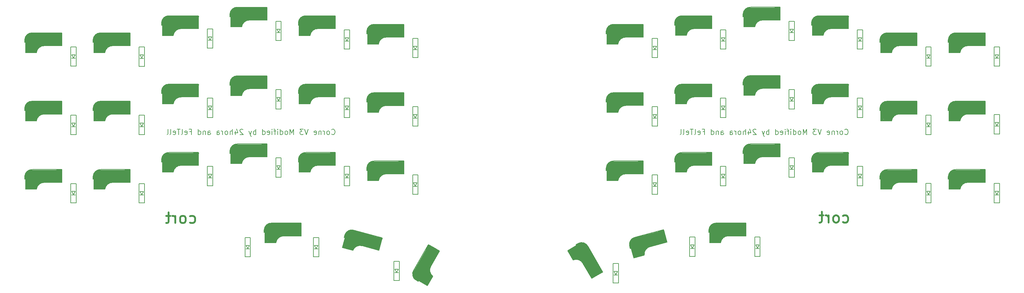
<source format=gbo>
G04 #@! TF.GenerationSoftware,KiCad,Pcbnew,8.0.3*
G04 #@! TF.CreationDate,2024-06-14T22:13:16-03:00*
G04 #@! TF.ProjectId,corne-cherry,636f726e-652d-4636-9865-7272792e6b69,3.0.1*
G04 #@! TF.SameCoordinates,Original*
G04 #@! TF.FileFunction,Legend,Bot*
G04 #@! TF.FilePolarity,Positive*
%FSLAX46Y46*%
G04 Gerber Fmt 4.6, Leading zero omitted, Abs format (unit mm)*
G04 Created by KiCad (PCBNEW 8.0.3) date 2024-06-14 22:13:16*
%MOMM*%
%LPD*%
G01*
G04 APERTURE LIST*
%ADD10C,0.200000*%
%ADD11C,0.500000*%
%ADD12C,0.150000*%
%ADD13C,0.300000*%
%ADD14C,0.800000*%
%ADD15C,3.000000*%
%ADD16C,3.500000*%
%ADD17C,1.000000*%
%ADD18C,0.400000*%
G04 APERTURE END LIST*
D10*
X99483063Y-57320671D02*
X99554491Y-57392100D01*
X99554491Y-57392100D02*
X99768777Y-57463528D01*
X99768777Y-57463528D02*
X99911634Y-57463528D01*
X99911634Y-57463528D02*
X100125920Y-57392100D01*
X100125920Y-57392100D02*
X100268777Y-57249242D01*
X100268777Y-57249242D02*
X100340206Y-57106385D01*
X100340206Y-57106385D02*
X100411634Y-56820671D01*
X100411634Y-56820671D02*
X100411634Y-56606385D01*
X100411634Y-56606385D02*
X100340206Y-56320671D01*
X100340206Y-56320671D02*
X100268777Y-56177814D01*
X100268777Y-56177814D02*
X100125920Y-56034957D01*
X100125920Y-56034957D02*
X99911634Y-55963528D01*
X99911634Y-55963528D02*
X99768777Y-55963528D01*
X99768777Y-55963528D02*
X99554491Y-56034957D01*
X99554491Y-56034957D02*
X99483063Y-56106385D01*
X98625920Y-57463528D02*
X98768777Y-57392100D01*
X98768777Y-57392100D02*
X98840206Y-57320671D01*
X98840206Y-57320671D02*
X98911634Y-57177814D01*
X98911634Y-57177814D02*
X98911634Y-56749242D01*
X98911634Y-56749242D02*
X98840206Y-56606385D01*
X98840206Y-56606385D02*
X98768777Y-56534957D01*
X98768777Y-56534957D02*
X98625920Y-56463528D01*
X98625920Y-56463528D02*
X98411634Y-56463528D01*
X98411634Y-56463528D02*
X98268777Y-56534957D01*
X98268777Y-56534957D02*
X98197349Y-56606385D01*
X98197349Y-56606385D02*
X98125920Y-56749242D01*
X98125920Y-56749242D02*
X98125920Y-57177814D01*
X98125920Y-57177814D02*
X98197349Y-57320671D01*
X98197349Y-57320671D02*
X98268777Y-57392100D01*
X98268777Y-57392100D02*
X98411634Y-57463528D01*
X98411634Y-57463528D02*
X98625920Y-57463528D01*
X97483063Y-57463528D02*
X97483063Y-56463528D01*
X97483063Y-56749242D02*
X97411634Y-56606385D01*
X97411634Y-56606385D02*
X97340206Y-56534957D01*
X97340206Y-56534957D02*
X97197348Y-56463528D01*
X97197348Y-56463528D02*
X97054491Y-56463528D01*
X96554492Y-56463528D02*
X96554492Y-57463528D01*
X96554492Y-56606385D02*
X96483063Y-56534957D01*
X96483063Y-56534957D02*
X96340206Y-56463528D01*
X96340206Y-56463528D02*
X96125920Y-56463528D01*
X96125920Y-56463528D02*
X95983063Y-56534957D01*
X95983063Y-56534957D02*
X95911635Y-56677814D01*
X95911635Y-56677814D02*
X95911635Y-57463528D01*
X94625920Y-57392100D02*
X94768777Y-57463528D01*
X94768777Y-57463528D02*
X95054492Y-57463528D01*
X95054492Y-57463528D02*
X95197349Y-57392100D01*
X95197349Y-57392100D02*
X95268777Y-57249242D01*
X95268777Y-57249242D02*
X95268777Y-56677814D01*
X95268777Y-56677814D02*
X95197349Y-56534957D01*
X95197349Y-56534957D02*
X95054492Y-56463528D01*
X95054492Y-56463528D02*
X94768777Y-56463528D01*
X94768777Y-56463528D02*
X94625920Y-56534957D01*
X94625920Y-56534957D02*
X94554492Y-56677814D01*
X94554492Y-56677814D02*
X94554492Y-56820671D01*
X94554492Y-56820671D02*
X95268777Y-56963528D01*
X92983063Y-55963528D02*
X92483063Y-57463528D01*
X92483063Y-57463528D02*
X91983063Y-55963528D01*
X91625921Y-55963528D02*
X90697349Y-55963528D01*
X90697349Y-55963528D02*
X91197349Y-56534957D01*
X91197349Y-56534957D02*
X90983064Y-56534957D01*
X90983064Y-56534957D02*
X90840207Y-56606385D01*
X90840207Y-56606385D02*
X90768778Y-56677814D01*
X90768778Y-56677814D02*
X90697349Y-56820671D01*
X90697349Y-56820671D02*
X90697349Y-57177814D01*
X90697349Y-57177814D02*
X90768778Y-57320671D01*
X90768778Y-57320671D02*
X90840207Y-57392100D01*
X90840207Y-57392100D02*
X90983064Y-57463528D01*
X90983064Y-57463528D02*
X91411635Y-57463528D01*
X91411635Y-57463528D02*
X91554492Y-57392100D01*
X91554492Y-57392100D02*
X91625921Y-57320671D01*
X88911636Y-57463528D02*
X88911636Y-55963528D01*
X88911636Y-55963528D02*
X88411636Y-57034957D01*
X88411636Y-57034957D02*
X87911636Y-55963528D01*
X87911636Y-55963528D02*
X87911636Y-57463528D01*
X86983064Y-57463528D02*
X87125921Y-57392100D01*
X87125921Y-57392100D02*
X87197350Y-57320671D01*
X87197350Y-57320671D02*
X87268778Y-57177814D01*
X87268778Y-57177814D02*
X87268778Y-56749242D01*
X87268778Y-56749242D02*
X87197350Y-56606385D01*
X87197350Y-56606385D02*
X87125921Y-56534957D01*
X87125921Y-56534957D02*
X86983064Y-56463528D01*
X86983064Y-56463528D02*
X86768778Y-56463528D01*
X86768778Y-56463528D02*
X86625921Y-56534957D01*
X86625921Y-56534957D02*
X86554493Y-56606385D01*
X86554493Y-56606385D02*
X86483064Y-56749242D01*
X86483064Y-56749242D02*
X86483064Y-57177814D01*
X86483064Y-57177814D02*
X86554493Y-57320671D01*
X86554493Y-57320671D02*
X86625921Y-57392100D01*
X86625921Y-57392100D02*
X86768778Y-57463528D01*
X86768778Y-57463528D02*
X86983064Y-57463528D01*
X85197350Y-57463528D02*
X85197350Y-55963528D01*
X85197350Y-57392100D02*
X85340207Y-57463528D01*
X85340207Y-57463528D02*
X85625921Y-57463528D01*
X85625921Y-57463528D02*
X85768778Y-57392100D01*
X85768778Y-57392100D02*
X85840207Y-57320671D01*
X85840207Y-57320671D02*
X85911635Y-57177814D01*
X85911635Y-57177814D02*
X85911635Y-56749242D01*
X85911635Y-56749242D02*
X85840207Y-56606385D01*
X85840207Y-56606385D02*
X85768778Y-56534957D01*
X85768778Y-56534957D02*
X85625921Y-56463528D01*
X85625921Y-56463528D02*
X85340207Y-56463528D01*
X85340207Y-56463528D02*
X85197350Y-56534957D01*
X84483064Y-57463528D02*
X84483064Y-56463528D01*
X84483064Y-55963528D02*
X84554492Y-56034957D01*
X84554492Y-56034957D02*
X84483064Y-56106385D01*
X84483064Y-56106385D02*
X84411635Y-56034957D01*
X84411635Y-56034957D02*
X84483064Y-55963528D01*
X84483064Y-55963528D02*
X84483064Y-56106385D01*
X83983063Y-56463528D02*
X83411635Y-56463528D01*
X83768778Y-57463528D02*
X83768778Y-56177814D01*
X83768778Y-56177814D02*
X83697349Y-56034957D01*
X83697349Y-56034957D02*
X83554492Y-55963528D01*
X83554492Y-55963528D02*
X83411635Y-55963528D01*
X82911635Y-57463528D02*
X82911635Y-56463528D01*
X82911635Y-55963528D02*
X82983063Y-56034957D01*
X82983063Y-56034957D02*
X82911635Y-56106385D01*
X82911635Y-56106385D02*
X82840206Y-56034957D01*
X82840206Y-56034957D02*
X82911635Y-55963528D01*
X82911635Y-55963528D02*
X82911635Y-56106385D01*
X81625920Y-57392100D02*
X81768777Y-57463528D01*
X81768777Y-57463528D02*
X82054492Y-57463528D01*
X82054492Y-57463528D02*
X82197349Y-57392100D01*
X82197349Y-57392100D02*
X82268777Y-57249242D01*
X82268777Y-57249242D02*
X82268777Y-56677814D01*
X82268777Y-56677814D02*
X82197349Y-56534957D01*
X82197349Y-56534957D02*
X82054492Y-56463528D01*
X82054492Y-56463528D02*
X81768777Y-56463528D01*
X81768777Y-56463528D02*
X81625920Y-56534957D01*
X81625920Y-56534957D02*
X81554492Y-56677814D01*
X81554492Y-56677814D02*
X81554492Y-56820671D01*
X81554492Y-56820671D02*
X82268777Y-56963528D01*
X80268778Y-57463528D02*
X80268778Y-55963528D01*
X80268778Y-57392100D02*
X80411635Y-57463528D01*
X80411635Y-57463528D02*
X80697349Y-57463528D01*
X80697349Y-57463528D02*
X80840206Y-57392100D01*
X80840206Y-57392100D02*
X80911635Y-57320671D01*
X80911635Y-57320671D02*
X80983063Y-57177814D01*
X80983063Y-57177814D02*
X80983063Y-56749242D01*
X80983063Y-56749242D02*
X80911635Y-56606385D01*
X80911635Y-56606385D02*
X80840206Y-56534957D01*
X80840206Y-56534957D02*
X80697349Y-56463528D01*
X80697349Y-56463528D02*
X80411635Y-56463528D01*
X80411635Y-56463528D02*
X80268778Y-56534957D01*
X78411635Y-57463528D02*
X78411635Y-55963528D01*
X78411635Y-56534957D02*
X78268778Y-56463528D01*
X78268778Y-56463528D02*
X77983063Y-56463528D01*
X77983063Y-56463528D02*
X77840206Y-56534957D01*
X77840206Y-56534957D02*
X77768778Y-56606385D01*
X77768778Y-56606385D02*
X77697349Y-56749242D01*
X77697349Y-56749242D02*
X77697349Y-57177814D01*
X77697349Y-57177814D02*
X77768778Y-57320671D01*
X77768778Y-57320671D02*
X77840206Y-57392100D01*
X77840206Y-57392100D02*
X77983063Y-57463528D01*
X77983063Y-57463528D02*
X78268778Y-57463528D01*
X78268778Y-57463528D02*
X78411635Y-57392100D01*
X77197349Y-56463528D02*
X76840206Y-57463528D01*
X76483063Y-56463528D02*
X76840206Y-57463528D01*
X76840206Y-57463528D02*
X76983063Y-57820671D01*
X76983063Y-57820671D02*
X77054492Y-57892100D01*
X77054492Y-57892100D02*
X77197349Y-57963528D01*
X74840206Y-56106385D02*
X74768778Y-56034957D01*
X74768778Y-56034957D02*
X74625921Y-55963528D01*
X74625921Y-55963528D02*
X74268778Y-55963528D01*
X74268778Y-55963528D02*
X74125921Y-56034957D01*
X74125921Y-56034957D02*
X74054492Y-56106385D01*
X74054492Y-56106385D02*
X73983063Y-56249242D01*
X73983063Y-56249242D02*
X73983063Y-56392100D01*
X73983063Y-56392100D02*
X74054492Y-56606385D01*
X74054492Y-56606385D02*
X74911635Y-57463528D01*
X74911635Y-57463528D02*
X73983063Y-57463528D01*
X72697350Y-56463528D02*
X72697350Y-57463528D01*
X73054492Y-55892100D02*
X73411635Y-56963528D01*
X73411635Y-56963528D02*
X72483064Y-56963528D01*
X71911636Y-57463528D02*
X71911636Y-55963528D01*
X71268779Y-57463528D02*
X71268779Y-56677814D01*
X71268779Y-56677814D02*
X71340207Y-56534957D01*
X71340207Y-56534957D02*
X71483064Y-56463528D01*
X71483064Y-56463528D02*
X71697350Y-56463528D01*
X71697350Y-56463528D02*
X71840207Y-56534957D01*
X71840207Y-56534957D02*
X71911636Y-56606385D01*
X70340207Y-57463528D02*
X70483064Y-57392100D01*
X70483064Y-57392100D02*
X70554493Y-57320671D01*
X70554493Y-57320671D02*
X70625921Y-57177814D01*
X70625921Y-57177814D02*
X70625921Y-56749242D01*
X70625921Y-56749242D02*
X70554493Y-56606385D01*
X70554493Y-56606385D02*
X70483064Y-56534957D01*
X70483064Y-56534957D02*
X70340207Y-56463528D01*
X70340207Y-56463528D02*
X70125921Y-56463528D01*
X70125921Y-56463528D02*
X69983064Y-56534957D01*
X69983064Y-56534957D02*
X69911636Y-56606385D01*
X69911636Y-56606385D02*
X69840207Y-56749242D01*
X69840207Y-56749242D02*
X69840207Y-57177814D01*
X69840207Y-57177814D02*
X69911636Y-57320671D01*
X69911636Y-57320671D02*
X69983064Y-57392100D01*
X69983064Y-57392100D02*
X70125921Y-57463528D01*
X70125921Y-57463528D02*
X70340207Y-57463528D01*
X69197350Y-57463528D02*
X69197350Y-56463528D01*
X69197350Y-56749242D02*
X69125921Y-56606385D01*
X69125921Y-56606385D02*
X69054493Y-56534957D01*
X69054493Y-56534957D02*
X68911635Y-56463528D01*
X68911635Y-56463528D02*
X68768778Y-56463528D01*
X67625922Y-57463528D02*
X67625922Y-56677814D01*
X67625922Y-56677814D02*
X67697350Y-56534957D01*
X67697350Y-56534957D02*
X67840207Y-56463528D01*
X67840207Y-56463528D02*
X68125922Y-56463528D01*
X68125922Y-56463528D02*
X68268779Y-56534957D01*
X67625922Y-57392100D02*
X67768779Y-57463528D01*
X67768779Y-57463528D02*
X68125922Y-57463528D01*
X68125922Y-57463528D02*
X68268779Y-57392100D01*
X68268779Y-57392100D02*
X68340207Y-57249242D01*
X68340207Y-57249242D02*
X68340207Y-57106385D01*
X68340207Y-57106385D02*
X68268779Y-56963528D01*
X68268779Y-56963528D02*
X68125922Y-56892100D01*
X68125922Y-56892100D02*
X67768779Y-56892100D01*
X67768779Y-56892100D02*
X67625922Y-56820671D01*
X65125922Y-57463528D02*
X65125922Y-56677814D01*
X65125922Y-56677814D02*
X65197350Y-56534957D01*
X65197350Y-56534957D02*
X65340207Y-56463528D01*
X65340207Y-56463528D02*
X65625922Y-56463528D01*
X65625922Y-56463528D02*
X65768779Y-56534957D01*
X65125922Y-57392100D02*
X65268779Y-57463528D01*
X65268779Y-57463528D02*
X65625922Y-57463528D01*
X65625922Y-57463528D02*
X65768779Y-57392100D01*
X65768779Y-57392100D02*
X65840207Y-57249242D01*
X65840207Y-57249242D02*
X65840207Y-57106385D01*
X65840207Y-57106385D02*
X65768779Y-56963528D01*
X65768779Y-56963528D02*
X65625922Y-56892100D01*
X65625922Y-56892100D02*
X65268779Y-56892100D01*
X65268779Y-56892100D02*
X65125922Y-56820671D01*
X64411636Y-56463528D02*
X64411636Y-57463528D01*
X64411636Y-56606385D02*
X64340207Y-56534957D01*
X64340207Y-56534957D02*
X64197350Y-56463528D01*
X64197350Y-56463528D02*
X63983064Y-56463528D01*
X63983064Y-56463528D02*
X63840207Y-56534957D01*
X63840207Y-56534957D02*
X63768779Y-56677814D01*
X63768779Y-56677814D02*
X63768779Y-57463528D01*
X62411636Y-57463528D02*
X62411636Y-55963528D01*
X62411636Y-57392100D02*
X62554493Y-57463528D01*
X62554493Y-57463528D02*
X62840207Y-57463528D01*
X62840207Y-57463528D02*
X62983064Y-57392100D01*
X62983064Y-57392100D02*
X63054493Y-57320671D01*
X63054493Y-57320671D02*
X63125921Y-57177814D01*
X63125921Y-57177814D02*
X63125921Y-56749242D01*
X63125921Y-56749242D02*
X63054493Y-56606385D01*
X63054493Y-56606385D02*
X62983064Y-56534957D01*
X62983064Y-56534957D02*
X62840207Y-56463528D01*
X62840207Y-56463528D02*
X62554493Y-56463528D01*
X62554493Y-56463528D02*
X62411636Y-56534957D01*
X60054493Y-56677814D02*
X60554493Y-56677814D01*
X60554493Y-57463528D02*
X60554493Y-55963528D01*
X60554493Y-55963528D02*
X59840207Y-55963528D01*
X58697350Y-57392100D02*
X58840207Y-57463528D01*
X58840207Y-57463528D02*
X59125922Y-57463528D01*
X59125922Y-57463528D02*
X59268779Y-57392100D01*
X59268779Y-57392100D02*
X59340207Y-57249242D01*
X59340207Y-57249242D02*
X59340207Y-56677814D01*
X59340207Y-56677814D02*
X59268779Y-56534957D01*
X59268779Y-56534957D02*
X59125922Y-56463528D01*
X59125922Y-56463528D02*
X58840207Y-56463528D01*
X58840207Y-56463528D02*
X58697350Y-56534957D01*
X58697350Y-56534957D02*
X58625922Y-56677814D01*
X58625922Y-56677814D02*
X58625922Y-56820671D01*
X58625922Y-56820671D02*
X59340207Y-56963528D01*
X57768779Y-57463528D02*
X57911636Y-57392100D01*
X57911636Y-57392100D02*
X57983065Y-57249242D01*
X57983065Y-57249242D02*
X57983065Y-55963528D01*
X57411636Y-55963528D02*
X56554494Y-55963528D01*
X56983065Y-57463528D02*
X56983065Y-55963528D01*
X55483065Y-57392100D02*
X55625922Y-57463528D01*
X55625922Y-57463528D02*
X55911637Y-57463528D01*
X55911637Y-57463528D02*
X56054494Y-57392100D01*
X56054494Y-57392100D02*
X56125922Y-57249242D01*
X56125922Y-57249242D02*
X56125922Y-56677814D01*
X56125922Y-56677814D02*
X56054494Y-56534957D01*
X56054494Y-56534957D02*
X55911637Y-56463528D01*
X55911637Y-56463528D02*
X55625922Y-56463528D01*
X55625922Y-56463528D02*
X55483065Y-56534957D01*
X55483065Y-56534957D02*
X55411637Y-56677814D01*
X55411637Y-56677814D02*
X55411637Y-56820671D01*
X55411637Y-56820671D02*
X56125922Y-56963528D01*
X54554494Y-57463528D02*
X54697351Y-57392100D01*
X54697351Y-57392100D02*
X54768780Y-57249242D01*
X54768780Y-57249242D02*
X54768780Y-55963528D01*
X53768780Y-57463528D02*
X53911637Y-57392100D01*
X53911637Y-57392100D02*
X53983066Y-57249242D01*
X53983066Y-57249242D02*
X53983066Y-55963528D01*
X241990063Y-57320671D02*
X242061491Y-57392100D01*
X242061491Y-57392100D02*
X242275777Y-57463528D01*
X242275777Y-57463528D02*
X242418634Y-57463528D01*
X242418634Y-57463528D02*
X242632920Y-57392100D01*
X242632920Y-57392100D02*
X242775777Y-57249242D01*
X242775777Y-57249242D02*
X242847206Y-57106385D01*
X242847206Y-57106385D02*
X242918634Y-56820671D01*
X242918634Y-56820671D02*
X242918634Y-56606385D01*
X242918634Y-56606385D02*
X242847206Y-56320671D01*
X242847206Y-56320671D02*
X242775777Y-56177814D01*
X242775777Y-56177814D02*
X242632920Y-56034957D01*
X242632920Y-56034957D02*
X242418634Y-55963528D01*
X242418634Y-55963528D02*
X242275777Y-55963528D01*
X242275777Y-55963528D02*
X242061491Y-56034957D01*
X242061491Y-56034957D02*
X241990063Y-56106385D01*
X241132920Y-57463528D02*
X241275777Y-57392100D01*
X241275777Y-57392100D02*
X241347206Y-57320671D01*
X241347206Y-57320671D02*
X241418634Y-57177814D01*
X241418634Y-57177814D02*
X241418634Y-56749242D01*
X241418634Y-56749242D02*
X241347206Y-56606385D01*
X241347206Y-56606385D02*
X241275777Y-56534957D01*
X241275777Y-56534957D02*
X241132920Y-56463528D01*
X241132920Y-56463528D02*
X240918634Y-56463528D01*
X240918634Y-56463528D02*
X240775777Y-56534957D01*
X240775777Y-56534957D02*
X240704349Y-56606385D01*
X240704349Y-56606385D02*
X240632920Y-56749242D01*
X240632920Y-56749242D02*
X240632920Y-57177814D01*
X240632920Y-57177814D02*
X240704349Y-57320671D01*
X240704349Y-57320671D02*
X240775777Y-57392100D01*
X240775777Y-57392100D02*
X240918634Y-57463528D01*
X240918634Y-57463528D02*
X241132920Y-57463528D01*
X239990063Y-57463528D02*
X239990063Y-56463528D01*
X239990063Y-56749242D02*
X239918634Y-56606385D01*
X239918634Y-56606385D02*
X239847206Y-56534957D01*
X239847206Y-56534957D02*
X239704348Y-56463528D01*
X239704348Y-56463528D02*
X239561491Y-56463528D01*
X239061492Y-56463528D02*
X239061492Y-57463528D01*
X239061492Y-56606385D02*
X238990063Y-56534957D01*
X238990063Y-56534957D02*
X238847206Y-56463528D01*
X238847206Y-56463528D02*
X238632920Y-56463528D01*
X238632920Y-56463528D02*
X238490063Y-56534957D01*
X238490063Y-56534957D02*
X238418635Y-56677814D01*
X238418635Y-56677814D02*
X238418635Y-57463528D01*
X237132920Y-57392100D02*
X237275777Y-57463528D01*
X237275777Y-57463528D02*
X237561492Y-57463528D01*
X237561492Y-57463528D02*
X237704349Y-57392100D01*
X237704349Y-57392100D02*
X237775777Y-57249242D01*
X237775777Y-57249242D02*
X237775777Y-56677814D01*
X237775777Y-56677814D02*
X237704349Y-56534957D01*
X237704349Y-56534957D02*
X237561492Y-56463528D01*
X237561492Y-56463528D02*
X237275777Y-56463528D01*
X237275777Y-56463528D02*
X237132920Y-56534957D01*
X237132920Y-56534957D02*
X237061492Y-56677814D01*
X237061492Y-56677814D02*
X237061492Y-56820671D01*
X237061492Y-56820671D02*
X237775777Y-56963528D01*
X235490063Y-55963528D02*
X234990063Y-57463528D01*
X234990063Y-57463528D02*
X234490063Y-55963528D01*
X234132921Y-55963528D02*
X233204349Y-55963528D01*
X233204349Y-55963528D02*
X233704349Y-56534957D01*
X233704349Y-56534957D02*
X233490064Y-56534957D01*
X233490064Y-56534957D02*
X233347207Y-56606385D01*
X233347207Y-56606385D02*
X233275778Y-56677814D01*
X233275778Y-56677814D02*
X233204349Y-56820671D01*
X233204349Y-56820671D02*
X233204349Y-57177814D01*
X233204349Y-57177814D02*
X233275778Y-57320671D01*
X233275778Y-57320671D02*
X233347207Y-57392100D01*
X233347207Y-57392100D02*
X233490064Y-57463528D01*
X233490064Y-57463528D02*
X233918635Y-57463528D01*
X233918635Y-57463528D02*
X234061492Y-57392100D01*
X234061492Y-57392100D02*
X234132921Y-57320671D01*
X231418636Y-57463528D02*
X231418636Y-55963528D01*
X231418636Y-55963528D02*
X230918636Y-57034957D01*
X230918636Y-57034957D02*
X230418636Y-55963528D01*
X230418636Y-55963528D02*
X230418636Y-57463528D01*
X229490064Y-57463528D02*
X229632921Y-57392100D01*
X229632921Y-57392100D02*
X229704350Y-57320671D01*
X229704350Y-57320671D02*
X229775778Y-57177814D01*
X229775778Y-57177814D02*
X229775778Y-56749242D01*
X229775778Y-56749242D02*
X229704350Y-56606385D01*
X229704350Y-56606385D02*
X229632921Y-56534957D01*
X229632921Y-56534957D02*
X229490064Y-56463528D01*
X229490064Y-56463528D02*
X229275778Y-56463528D01*
X229275778Y-56463528D02*
X229132921Y-56534957D01*
X229132921Y-56534957D02*
X229061493Y-56606385D01*
X229061493Y-56606385D02*
X228990064Y-56749242D01*
X228990064Y-56749242D02*
X228990064Y-57177814D01*
X228990064Y-57177814D02*
X229061493Y-57320671D01*
X229061493Y-57320671D02*
X229132921Y-57392100D01*
X229132921Y-57392100D02*
X229275778Y-57463528D01*
X229275778Y-57463528D02*
X229490064Y-57463528D01*
X227704350Y-57463528D02*
X227704350Y-55963528D01*
X227704350Y-57392100D02*
X227847207Y-57463528D01*
X227847207Y-57463528D02*
X228132921Y-57463528D01*
X228132921Y-57463528D02*
X228275778Y-57392100D01*
X228275778Y-57392100D02*
X228347207Y-57320671D01*
X228347207Y-57320671D02*
X228418635Y-57177814D01*
X228418635Y-57177814D02*
X228418635Y-56749242D01*
X228418635Y-56749242D02*
X228347207Y-56606385D01*
X228347207Y-56606385D02*
X228275778Y-56534957D01*
X228275778Y-56534957D02*
X228132921Y-56463528D01*
X228132921Y-56463528D02*
X227847207Y-56463528D01*
X227847207Y-56463528D02*
X227704350Y-56534957D01*
X226990064Y-57463528D02*
X226990064Y-56463528D01*
X226990064Y-55963528D02*
X227061492Y-56034957D01*
X227061492Y-56034957D02*
X226990064Y-56106385D01*
X226990064Y-56106385D02*
X226918635Y-56034957D01*
X226918635Y-56034957D02*
X226990064Y-55963528D01*
X226990064Y-55963528D02*
X226990064Y-56106385D01*
X226490063Y-56463528D02*
X225918635Y-56463528D01*
X226275778Y-57463528D02*
X226275778Y-56177814D01*
X226275778Y-56177814D02*
X226204349Y-56034957D01*
X226204349Y-56034957D02*
X226061492Y-55963528D01*
X226061492Y-55963528D02*
X225918635Y-55963528D01*
X225418635Y-57463528D02*
X225418635Y-56463528D01*
X225418635Y-55963528D02*
X225490063Y-56034957D01*
X225490063Y-56034957D02*
X225418635Y-56106385D01*
X225418635Y-56106385D02*
X225347206Y-56034957D01*
X225347206Y-56034957D02*
X225418635Y-55963528D01*
X225418635Y-55963528D02*
X225418635Y-56106385D01*
X224132920Y-57392100D02*
X224275777Y-57463528D01*
X224275777Y-57463528D02*
X224561492Y-57463528D01*
X224561492Y-57463528D02*
X224704349Y-57392100D01*
X224704349Y-57392100D02*
X224775777Y-57249242D01*
X224775777Y-57249242D02*
X224775777Y-56677814D01*
X224775777Y-56677814D02*
X224704349Y-56534957D01*
X224704349Y-56534957D02*
X224561492Y-56463528D01*
X224561492Y-56463528D02*
X224275777Y-56463528D01*
X224275777Y-56463528D02*
X224132920Y-56534957D01*
X224132920Y-56534957D02*
X224061492Y-56677814D01*
X224061492Y-56677814D02*
X224061492Y-56820671D01*
X224061492Y-56820671D02*
X224775777Y-56963528D01*
X222775778Y-57463528D02*
X222775778Y-55963528D01*
X222775778Y-57392100D02*
X222918635Y-57463528D01*
X222918635Y-57463528D02*
X223204349Y-57463528D01*
X223204349Y-57463528D02*
X223347206Y-57392100D01*
X223347206Y-57392100D02*
X223418635Y-57320671D01*
X223418635Y-57320671D02*
X223490063Y-57177814D01*
X223490063Y-57177814D02*
X223490063Y-56749242D01*
X223490063Y-56749242D02*
X223418635Y-56606385D01*
X223418635Y-56606385D02*
X223347206Y-56534957D01*
X223347206Y-56534957D02*
X223204349Y-56463528D01*
X223204349Y-56463528D02*
X222918635Y-56463528D01*
X222918635Y-56463528D02*
X222775778Y-56534957D01*
X220918635Y-57463528D02*
X220918635Y-55963528D01*
X220918635Y-56534957D02*
X220775778Y-56463528D01*
X220775778Y-56463528D02*
X220490063Y-56463528D01*
X220490063Y-56463528D02*
X220347206Y-56534957D01*
X220347206Y-56534957D02*
X220275778Y-56606385D01*
X220275778Y-56606385D02*
X220204349Y-56749242D01*
X220204349Y-56749242D02*
X220204349Y-57177814D01*
X220204349Y-57177814D02*
X220275778Y-57320671D01*
X220275778Y-57320671D02*
X220347206Y-57392100D01*
X220347206Y-57392100D02*
X220490063Y-57463528D01*
X220490063Y-57463528D02*
X220775778Y-57463528D01*
X220775778Y-57463528D02*
X220918635Y-57392100D01*
X219704349Y-56463528D02*
X219347206Y-57463528D01*
X218990063Y-56463528D02*
X219347206Y-57463528D01*
X219347206Y-57463528D02*
X219490063Y-57820671D01*
X219490063Y-57820671D02*
X219561492Y-57892100D01*
X219561492Y-57892100D02*
X219704349Y-57963528D01*
X217347206Y-56106385D02*
X217275778Y-56034957D01*
X217275778Y-56034957D02*
X217132921Y-55963528D01*
X217132921Y-55963528D02*
X216775778Y-55963528D01*
X216775778Y-55963528D02*
X216632921Y-56034957D01*
X216632921Y-56034957D02*
X216561492Y-56106385D01*
X216561492Y-56106385D02*
X216490063Y-56249242D01*
X216490063Y-56249242D02*
X216490063Y-56392100D01*
X216490063Y-56392100D02*
X216561492Y-56606385D01*
X216561492Y-56606385D02*
X217418635Y-57463528D01*
X217418635Y-57463528D02*
X216490063Y-57463528D01*
X215204350Y-56463528D02*
X215204350Y-57463528D01*
X215561492Y-55892100D02*
X215918635Y-56963528D01*
X215918635Y-56963528D02*
X214990064Y-56963528D01*
X214418636Y-57463528D02*
X214418636Y-55963528D01*
X213775779Y-57463528D02*
X213775779Y-56677814D01*
X213775779Y-56677814D02*
X213847207Y-56534957D01*
X213847207Y-56534957D02*
X213990064Y-56463528D01*
X213990064Y-56463528D02*
X214204350Y-56463528D01*
X214204350Y-56463528D02*
X214347207Y-56534957D01*
X214347207Y-56534957D02*
X214418636Y-56606385D01*
X212847207Y-57463528D02*
X212990064Y-57392100D01*
X212990064Y-57392100D02*
X213061493Y-57320671D01*
X213061493Y-57320671D02*
X213132921Y-57177814D01*
X213132921Y-57177814D02*
X213132921Y-56749242D01*
X213132921Y-56749242D02*
X213061493Y-56606385D01*
X213061493Y-56606385D02*
X212990064Y-56534957D01*
X212990064Y-56534957D02*
X212847207Y-56463528D01*
X212847207Y-56463528D02*
X212632921Y-56463528D01*
X212632921Y-56463528D02*
X212490064Y-56534957D01*
X212490064Y-56534957D02*
X212418636Y-56606385D01*
X212418636Y-56606385D02*
X212347207Y-56749242D01*
X212347207Y-56749242D02*
X212347207Y-57177814D01*
X212347207Y-57177814D02*
X212418636Y-57320671D01*
X212418636Y-57320671D02*
X212490064Y-57392100D01*
X212490064Y-57392100D02*
X212632921Y-57463528D01*
X212632921Y-57463528D02*
X212847207Y-57463528D01*
X211704350Y-57463528D02*
X211704350Y-56463528D01*
X211704350Y-56749242D02*
X211632921Y-56606385D01*
X211632921Y-56606385D02*
X211561493Y-56534957D01*
X211561493Y-56534957D02*
X211418635Y-56463528D01*
X211418635Y-56463528D02*
X211275778Y-56463528D01*
X210132922Y-57463528D02*
X210132922Y-56677814D01*
X210132922Y-56677814D02*
X210204350Y-56534957D01*
X210204350Y-56534957D02*
X210347207Y-56463528D01*
X210347207Y-56463528D02*
X210632922Y-56463528D01*
X210632922Y-56463528D02*
X210775779Y-56534957D01*
X210132922Y-57392100D02*
X210275779Y-57463528D01*
X210275779Y-57463528D02*
X210632922Y-57463528D01*
X210632922Y-57463528D02*
X210775779Y-57392100D01*
X210775779Y-57392100D02*
X210847207Y-57249242D01*
X210847207Y-57249242D02*
X210847207Y-57106385D01*
X210847207Y-57106385D02*
X210775779Y-56963528D01*
X210775779Y-56963528D02*
X210632922Y-56892100D01*
X210632922Y-56892100D02*
X210275779Y-56892100D01*
X210275779Y-56892100D02*
X210132922Y-56820671D01*
X207632922Y-57463528D02*
X207632922Y-56677814D01*
X207632922Y-56677814D02*
X207704350Y-56534957D01*
X207704350Y-56534957D02*
X207847207Y-56463528D01*
X207847207Y-56463528D02*
X208132922Y-56463528D01*
X208132922Y-56463528D02*
X208275779Y-56534957D01*
X207632922Y-57392100D02*
X207775779Y-57463528D01*
X207775779Y-57463528D02*
X208132922Y-57463528D01*
X208132922Y-57463528D02*
X208275779Y-57392100D01*
X208275779Y-57392100D02*
X208347207Y-57249242D01*
X208347207Y-57249242D02*
X208347207Y-57106385D01*
X208347207Y-57106385D02*
X208275779Y-56963528D01*
X208275779Y-56963528D02*
X208132922Y-56892100D01*
X208132922Y-56892100D02*
X207775779Y-56892100D01*
X207775779Y-56892100D02*
X207632922Y-56820671D01*
X206918636Y-56463528D02*
X206918636Y-57463528D01*
X206918636Y-56606385D02*
X206847207Y-56534957D01*
X206847207Y-56534957D02*
X206704350Y-56463528D01*
X206704350Y-56463528D02*
X206490064Y-56463528D01*
X206490064Y-56463528D02*
X206347207Y-56534957D01*
X206347207Y-56534957D02*
X206275779Y-56677814D01*
X206275779Y-56677814D02*
X206275779Y-57463528D01*
X204918636Y-57463528D02*
X204918636Y-55963528D01*
X204918636Y-57392100D02*
X205061493Y-57463528D01*
X205061493Y-57463528D02*
X205347207Y-57463528D01*
X205347207Y-57463528D02*
X205490064Y-57392100D01*
X205490064Y-57392100D02*
X205561493Y-57320671D01*
X205561493Y-57320671D02*
X205632921Y-57177814D01*
X205632921Y-57177814D02*
X205632921Y-56749242D01*
X205632921Y-56749242D02*
X205561493Y-56606385D01*
X205561493Y-56606385D02*
X205490064Y-56534957D01*
X205490064Y-56534957D02*
X205347207Y-56463528D01*
X205347207Y-56463528D02*
X205061493Y-56463528D01*
X205061493Y-56463528D02*
X204918636Y-56534957D01*
X202561493Y-56677814D02*
X203061493Y-56677814D01*
X203061493Y-57463528D02*
X203061493Y-55963528D01*
X203061493Y-55963528D02*
X202347207Y-55963528D01*
X201204350Y-57392100D02*
X201347207Y-57463528D01*
X201347207Y-57463528D02*
X201632922Y-57463528D01*
X201632922Y-57463528D02*
X201775779Y-57392100D01*
X201775779Y-57392100D02*
X201847207Y-57249242D01*
X201847207Y-57249242D02*
X201847207Y-56677814D01*
X201847207Y-56677814D02*
X201775779Y-56534957D01*
X201775779Y-56534957D02*
X201632922Y-56463528D01*
X201632922Y-56463528D02*
X201347207Y-56463528D01*
X201347207Y-56463528D02*
X201204350Y-56534957D01*
X201204350Y-56534957D02*
X201132922Y-56677814D01*
X201132922Y-56677814D02*
X201132922Y-56820671D01*
X201132922Y-56820671D02*
X201847207Y-56963528D01*
X200275779Y-57463528D02*
X200418636Y-57392100D01*
X200418636Y-57392100D02*
X200490065Y-57249242D01*
X200490065Y-57249242D02*
X200490065Y-55963528D01*
X199918636Y-55963528D02*
X199061494Y-55963528D01*
X199490065Y-57463528D02*
X199490065Y-55963528D01*
X197990065Y-57392100D02*
X198132922Y-57463528D01*
X198132922Y-57463528D02*
X198418637Y-57463528D01*
X198418637Y-57463528D02*
X198561494Y-57392100D01*
X198561494Y-57392100D02*
X198632922Y-57249242D01*
X198632922Y-57249242D02*
X198632922Y-56677814D01*
X198632922Y-56677814D02*
X198561494Y-56534957D01*
X198561494Y-56534957D02*
X198418637Y-56463528D01*
X198418637Y-56463528D02*
X198132922Y-56463528D01*
X198132922Y-56463528D02*
X197990065Y-56534957D01*
X197990065Y-56534957D02*
X197918637Y-56677814D01*
X197918637Y-56677814D02*
X197918637Y-56820671D01*
X197918637Y-56820671D02*
X198632922Y-56963528D01*
X197061494Y-57463528D02*
X197204351Y-57392100D01*
X197204351Y-57392100D02*
X197275780Y-57249242D01*
X197275780Y-57249242D02*
X197275780Y-55963528D01*
X196275780Y-57463528D02*
X196418637Y-57392100D01*
X196418637Y-57392100D02*
X196490066Y-57249242D01*
X196490066Y-57249242D02*
X196490066Y-55963528D01*
D11*
X60078553Y-81919000D02*
X60364267Y-82061857D01*
X60364267Y-82061857D02*
X60935695Y-82061857D01*
X60935695Y-82061857D02*
X61221410Y-81919000D01*
X61221410Y-81919000D02*
X61364267Y-81776142D01*
X61364267Y-81776142D02*
X61507124Y-81490428D01*
X61507124Y-81490428D02*
X61507124Y-80633285D01*
X61507124Y-80633285D02*
X61364267Y-80347571D01*
X61364267Y-80347571D02*
X61221410Y-80204714D01*
X61221410Y-80204714D02*
X60935695Y-80061857D01*
X60935695Y-80061857D02*
X60364267Y-80061857D01*
X60364267Y-80061857D02*
X60078553Y-80204714D01*
X58364266Y-82061857D02*
X58649981Y-81919000D01*
X58649981Y-81919000D02*
X58792838Y-81776142D01*
X58792838Y-81776142D02*
X58935695Y-81490428D01*
X58935695Y-81490428D02*
X58935695Y-80633285D01*
X58935695Y-80633285D02*
X58792838Y-80347571D01*
X58792838Y-80347571D02*
X58649981Y-80204714D01*
X58649981Y-80204714D02*
X58364266Y-80061857D01*
X58364266Y-80061857D02*
X57935695Y-80061857D01*
X57935695Y-80061857D02*
X57649981Y-80204714D01*
X57649981Y-80204714D02*
X57507124Y-80347571D01*
X57507124Y-80347571D02*
X57364266Y-80633285D01*
X57364266Y-80633285D02*
X57364266Y-81490428D01*
X57364266Y-81490428D02*
X57507124Y-81776142D01*
X57507124Y-81776142D02*
X57649981Y-81919000D01*
X57649981Y-81919000D02*
X57935695Y-82061857D01*
X57935695Y-82061857D02*
X58364266Y-82061857D01*
X56078552Y-82061857D02*
X56078552Y-80061857D01*
X56078552Y-80633285D02*
X55935695Y-80347571D01*
X55935695Y-80347571D02*
X55792838Y-80204714D01*
X55792838Y-80204714D02*
X55507123Y-80061857D01*
X55507123Y-80061857D02*
X55221409Y-80061857D01*
X54649980Y-80061857D02*
X53507123Y-80061857D01*
X54221409Y-79061857D02*
X54221409Y-81633285D01*
X54221409Y-81633285D02*
X54078552Y-81919000D01*
X54078552Y-81919000D02*
X53792837Y-82061857D01*
X53792837Y-82061857D02*
X53507123Y-82061857D01*
X241478553Y-81794000D02*
X241764267Y-81936857D01*
X241764267Y-81936857D02*
X242335695Y-81936857D01*
X242335695Y-81936857D02*
X242621410Y-81794000D01*
X242621410Y-81794000D02*
X242764267Y-81651142D01*
X242764267Y-81651142D02*
X242907124Y-81365428D01*
X242907124Y-81365428D02*
X242907124Y-80508285D01*
X242907124Y-80508285D02*
X242764267Y-80222571D01*
X242764267Y-80222571D02*
X242621410Y-80079714D01*
X242621410Y-80079714D02*
X242335695Y-79936857D01*
X242335695Y-79936857D02*
X241764267Y-79936857D01*
X241764267Y-79936857D02*
X241478553Y-80079714D01*
X239764266Y-81936857D02*
X240049981Y-81794000D01*
X240049981Y-81794000D02*
X240192838Y-81651142D01*
X240192838Y-81651142D02*
X240335695Y-81365428D01*
X240335695Y-81365428D02*
X240335695Y-80508285D01*
X240335695Y-80508285D02*
X240192838Y-80222571D01*
X240192838Y-80222571D02*
X240049981Y-80079714D01*
X240049981Y-80079714D02*
X239764266Y-79936857D01*
X239764266Y-79936857D02*
X239335695Y-79936857D01*
X239335695Y-79936857D02*
X239049981Y-80079714D01*
X239049981Y-80079714D02*
X238907124Y-80222571D01*
X238907124Y-80222571D02*
X238764266Y-80508285D01*
X238764266Y-80508285D02*
X238764266Y-81365428D01*
X238764266Y-81365428D02*
X238907124Y-81651142D01*
X238907124Y-81651142D02*
X239049981Y-81794000D01*
X239049981Y-81794000D02*
X239335695Y-81936857D01*
X239335695Y-81936857D02*
X239764266Y-81936857D01*
X237478552Y-81936857D02*
X237478552Y-79936857D01*
X237478552Y-80508285D02*
X237335695Y-80222571D01*
X237335695Y-80222571D02*
X237192838Y-80079714D01*
X237192838Y-80079714D02*
X236907123Y-79936857D01*
X236907123Y-79936857D02*
X236621409Y-79936857D01*
X236049980Y-79936857D02*
X234907123Y-79936857D01*
X235621409Y-78936857D02*
X235621409Y-81508285D01*
X235621409Y-81508285D02*
X235478552Y-81794000D01*
X235478552Y-81794000D02*
X235192837Y-81936857D01*
X235192837Y-81936857D02*
X234907123Y-81936857D01*
D12*
X33207500Y-31080000D02*
X33207500Y-31830000D01*
X33207500Y-31830000D02*
X33407500Y-31830000D01*
D13*
X33307500Y-31730000D02*
X33307500Y-31080000D01*
D12*
X33457500Y-30230000D02*
X33457500Y-34680000D01*
X33457500Y-34680000D02*
X36487500Y-34680000D01*
D11*
X33657500Y-34480000D02*
X36107500Y-34480000D01*
D14*
X33807500Y-34180000D02*
X33807500Y-32380001D01*
D15*
X34937500Y-30680000D02*
X34937500Y-32920000D01*
D12*
X38707500Y-32780000D02*
X43507500Y-32780000D01*
D16*
X41707500Y-30980000D02*
X35007500Y-30980000D01*
D17*
X43007500Y-29780000D02*
X43007500Y-32280000D01*
D11*
X43307500Y-32530000D02*
X42007500Y-32480000D01*
D18*
X43357500Y-29380000D02*
X42107500Y-29380000D01*
D12*
X43487500Y-31780000D02*
X43487500Y-29530000D01*
X43507500Y-29180000D02*
X35307499Y-29180000D01*
X43507500Y-32780000D02*
X43507500Y-29180000D01*
X33207500Y-31080001D02*
G75*
G02*
X35307499Y-29179999I1999999J-99997D01*
G01*
D17*
X36091182Y-34258529D02*
G75*
G02*
X38307500Y-32380000I2151317J-291470D01*
G01*
D12*
X36491182Y-34658529D02*
G75*
G02*
X38707500Y-32780000I2151317J-291470D01*
G01*
X52207500Y-26330000D02*
X52207500Y-27080000D01*
X52207500Y-27080000D02*
X52407500Y-27080000D01*
D13*
X52307500Y-26980000D02*
X52307500Y-26330000D01*
D12*
X52457500Y-25480000D02*
X52457500Y-29930000D01*
X52457500Y-29930000D02*
X55487500Y-29930000D01*
D11*
X52657500Y-29730000D02*
X55107500Y-29730000D01*
D14*
X52807500Y-29430000D02*
X52807500Y-27630001D01*
D15*
X53937500Y-25930000D02*
X53937500Y-28170000D01*
D12*
X57707500Y-28030000D02*
X62507500Y-28030000D01*
D16*
X60707500Y-26230000D02*
X54007500Y-26230000D01*
D17*
X62007500Y-25030000D02*
X62007500Y-27530000D01*
D11*
X62307500Y-27780000D02*
X61007500Y-27730000D01*
D18*
X62357500Y-24630000D02*
X61107500Y-24630000D01*
D12*
X62487500Y-27030000D02*
X62487500Y-24780000D01*
X62507500Y-24430000D02*
X54307499Y-24430000D01*
X62507500Y-28030000D02*
X62507500Y-24430000D01*
X52207500Y-26330001D02*
G75*
G02*
X54307499Y-24429999I1999999J-99997D01*
G01*
D17*
X55091182Y-29508529D02*
G75*
G02*
X57307500Y-27630000I2151317J-291470D01*
G01*
D12*
X55491182Y-29908529D02*
G75*
G02*
X57707500Y-28030000I2151317J-291470D01*
G01*
X71207500Y-23955000D02*
X71207500Y-24705000D01*
X71207500Y-24705000D02*
X71407500Y-24705000D01*
D13*
X71307500Y-24605000D02*
X71307500Y-23955000D01*
D12*
X71457500Y-23105000D02*
X71457500Y-27555000D01*
X71457500Y-27555000D02*
X74487500Y-27555000D01*
D11*
X71657500Y-27355000D02*
X74107500Y-27355000D01*
D14*
X71807500Y-27055000D02*
X71807500Y-25255001D01*
D15*
X72937500Y-23555000D02*
X72937500Y-25795000D01*
D12*
X76707500Y-25655000D02*
X81507500Y-25655000D01*
D16*
X79707500Y-23855000D02*
X73007500Y-23855000D01*
D17*
X81007500Y-22655000D02*
X81007500Y-25155000D01*
D11*
X81307500Y-25405000D02*
X80007500Y-25355000D01*
D18*
X81357500Y-22255000D02*
X80107500Y-22255000D01*
D12*
X81487500Y-24655000D02*
X81487500Y-22405000D01*
X81507500Y-22055000D02*
X73307499Y-22055000D01*
X81507500Y-25655000D02*
X81507500Y-22055000D01*
X71207500Y-23955001D02*
G75*
G02*
X73307499Y-22054999I1999999J-99997D01*
G01*
D17*
X74091182Y-27133529D02*
G75*
G02*
X76307500Y-25255000I2151317J-291470D01*
G01*
D12*
X74491182Y-27533529D02*
G75*
G02*
X76707500Y-25655000I2151317J-291470D01*
G01*
X90207500Y-26330000D02*
X90207500Y-27080000D01*
X90207500Y-27080000D02*
X90407500Y-27080000D01*
D13*
X90307500Y-26980000D02*
X90307500Y-26330000D01*
D12*
X90457500Y-25480000D02*
X90457500Y-29930000D01*
X90457500Y-29930000D02*
X93487500Y-29930000D01*
D11*
X90657500Y-29730000D02*
X93107500Y-29730000D01*
D14*
X90807500Y-29430000D02*
X90807500Y-27630001D01*
D15*
X91937500Y-25930000D02*
X91937500Y-28170000D01*
D12*
X95707500Y-28030000D02*
X100507500Y-28030000D01*
D16*
X98707500Y-26230000D02*
X92007500Y-26230000D01*
D17*
X100007500Y-25030000D02*
X100007500Y-27530000D01*
D11*
X100307500Y-27780000D02*
X99007500Y-27730000D01*
D18*
X100357500Y-24630000D02*
X99107500Y-24630000D01*
D12*
X100487500Y-27030000D02*
X100487500Y-24780000D01*
X100507500Y-24430000D02*
X92307499Y-24430000D01*
X100507500Y-28030000D02*
X100507500Y-24430000D01*
X90207500Y-26330001D02*
G75*
G02*
X92307499Y-24429999I1999999J-99997D01*
G01*
D17*
X93091182Y-29508529D02*
G75*
G02*
X95307500Y-27630000I2151317J-291470D01*
G01*
D12*
X93491182Y-29908529D02*
G75*
G02*
X95707500Y-28030000I2151317J-291470D01*
G01*
X14207500Y-50080000D02*
X14207500Y-50830000D01*
X14207500Y-50830000D02*
X14407500Y-50830000D01*
D13*
X14307500Y-50730000D02*
X14307500Y-50080000D01*
D12*
X14457500Y-49230000D02*
X14457500Y-53680000D01*
X14457500Y-53680000D02*
X17487500Y-53680000D01*
D11*
X14657500Y-53480000D02*
X17107500Y-53480000D01*
D14*
X14807500Y-53180000D02*
X14807500Y-51380001D01*
D15*
X15937500Y-49680000D02*
X15937500Y-51920000D01*
D12*
X19707500Y-51780000D02*
X24507500Y-51780000D01*
D16*
X22707500Y-49980000D02*
X16007500Y-49980000D01*
D17*
X24007500Y-48780000D02*
X24007500Y-51280000D01*
D11*
X24307500Y-51530000D02*
X23007500Y-51480000D01*
D18*
X24357500Y-48380000D02*
X23107500Y-48380000D01*
D12*
X24487500Y-50780000D02*
X24487500Y-48530000D01*
X24507500Y-48180000D02*
X16307499Y-48180000D01*
X24507500Y-51780000D02*
X24507500Y-48180000D01*
X14207500Y-50080001D02*
G75*
G02*
X16307499Y-48179999I1999999J-99997D01*
G01*
D17*
X17091182Y-53258529D02*
G75*
G02*
X19307500Y-51380000I2151317J-291470D01*
G01*
D12*
X17491182Y-53658529D02*
G75*
G02*
X19707500Y-51780000I2151317J-291470D01*
G01*
X33207500Y-50080000D02*
X33207500Y-50830000D01*
X33207500Y-50830000D02*
X33407500Y-50830000D01*
D13*
X33307500Y-50730000D02*
X33307500Y-50080000D01*
D12*
X33457500Y-49230000D02*
X33457500Y-53680000D01*
X33457500Y-53680000D02*
X36487500Y-53680000D01*
D11*
X33657500Y-53480000D02*
X36107500Y-53480000D01*
D14*
X33807500Y-53180000D02*
X33807500Y-51380001D01*
D15*
X34937500Y-49680000D02*
X34937500Y-51920000D01*
D12*
X38707500Y-51780000D02*
X43507500Y-51780000D01*
D16*
X41707500Y-49980000D02*
X35007500Y-49980000D01*
D17*
X43007500Y-48780000D02*
X43007500Y-51280000D01*
D11*
X43307500Y-51530000D02*
X42007500Y-51480000D01*
D18*
X43357500Y-48380000D02*
X42107500Y-48380000D01*
D12*
X43487500Y-50780000D02*
X43487500Y-48530000D01*
X43507500Y-48180000D02*
X35307499Y-48180000D01*
X43507500Y-51780000D02*
X43507500Y-48180000D01*
X33207500Y-50080001D02*
G75*
G02*
X35307499Y-48179999I1999999J-99997D01*
G01*
D17*
X36091182Y-53258529D02*
G75*
G02*
X38307500Y-51380000I2151317J-291470D01*
G01*
D12*
X36491182Y-53658529D02*
G75*
G02*
X38707500Y-51780000I2151317J-291470D01*
G01*
X52207500Y-45330000D02*
X52207500Y-46080000D01*
X52207500Y-46080000D02*
X52407500Y-46080000D01*
D13*
X52307500Y-45980000D02*
X52307500Y-45330000D01*
D12*
X52457500Y-44480000D02*
X52457500Y-48930000D01*
X52457500Y-48930000D02*
X55487500Y-48930000D01*
D11*
X52657500Y-48730000D02*
X55107500Y-48730000D01*
D14*
X52807500Y-48430000D02*
X52807500Y-46630001D01*
D15*
X53937500Y-44930000D02*
X53937500Y-47170000D01*
D12*
X57707500Y-47030000D02*
X62507500Y-47030000D01*
D16*
X60707500Y-45230000D02*
X54007500Y-45230000D01*
D17*
X62007500Y-44030000D02*
X62007500Y-46530000D01*
D11*
X62307500Y-46780000D02*
X61007500Y-46730000D01*
D18*
X62357500Y-43630000D02*
X61107500Y-43630000D01*
D12*
X62487500Y-46030000D02*
X62487500Y-43780000D01*
X62507500Y-43430000D02*
X54307499Y-43430000D01*
X62507500Y-47030000D02*
X62507500Y-43430000D01*
X52207500Y-45330001D02*
G75*
G02*
X54307499Y-43429999I1999999J-99997D01*
G01*
D17*
X55091182Y-48508529D02*
G75*
G02*
X57307500Y-46630000I2151317J-291470D01*
G01*
D12*
X55491182Y-48908529D02*
G75*
G02*
X57707500Y-47030000I2151317J-291470D01*
G01*
X71207500Y-43028363D02*
X71207500Y-43778363D01*
X71207500Y-43778363D02*
X71407500Y-43778363D01*
D13*
X71307500Y-43678363D02*
X71307500Y-43028363D01*
D12*
X71457500Y-42178363D02*
X71457500Y-46628363D01*
X71457500Y-46628363D02*
X74487500Y-46628363D01*
D11*
X71657500Y-46428363D02*
X74107500Y-46428363D01*
D14*
X71807500Y-46128363D02*
X71807500Y-44328364D01*
D15*
X72937500Y-42628363D02*
X72937500Y-44868363D01*
D12*
X76707500Y-44728363D02*
X81507500Y-44728363D01*
D16*
X79707500Y-42928363D02*
X73007500Y-42928363D01*
D17*
X81007500Y-41728363D02*
X81007500Y-44228363D01*
D11*
X81307500Y-44478363D02*
X80007500Y-44428363D01*
D18*
X81357500Y-41328363D02*
X80107500Y-41328363D01*
D12*
X81487500Y-43728363D02*
X81487500Y-41478363D01*
X81507500Y-41128363D02*
X73307499Y-41128363D01*
X81507500Y-44728363D02*
X81507500Y-41128363D01*
X71207500Y-43028364D02*
G75*
G02*
X73307499Y-41128362I1999999J-99997D01*
G01*
D17*
X74091182Y-46206892D02*
G75*
G02*
X76307500Y-44328363I2151317J-291470D01*
G01*
D12*
X74491182Y-46606892D02*
G75*
G02*
X76707500Y-44728363I2151317J-291470D01*
G01*
X90207500Y-45330000D02*
X90207500Y-46080000D01*
X90207500Y-46080000D02*
X90407500Y-46080000D01*
D13*
X90307500Y-45980000D02*
X90307500Y-45330000D01*
D12*
X90457500Y-44480000D02*
X90457500Y-48930000D01*
X90457500Y-48930000D02*
X93487500Y-48930000D01*
D11*
X90657500Y-48730000D02*
X93107500Y-48730000D01*
D14*
X90807500Y-48430000D02*
X90807500Y-46630001D01*
D15*
X91937500Y-44930000D02*
X91937500Y-47170000D01*
D12*
X95707500Y-47030000D02*
X100507500Y-47030000D01*
D16*
X98707500Y-45230000D02*
X92007500Y-45230000D01*
D17*
X100007500Y-44030000D02*
X100007500Y-46530000D01*
D11*
X100307500Y-46780000D02*
X99007500Y-46730000D01*
D18*
X100357500Y-43630000D02*
X99107500Y-43630000D01*
D12*
X100487500Y-46030000D02*
X100487500Y-43780000D01*
X100507500Y-43430000D02*
X92307499Y-43430000D01*
X100507500Y-47030000D02*
X100507500Y-43430000D01*
X90207500Y-45330001D02*
G75*
G02*
X92307499Y-43429999I1999999J-99997D01*
G01*
D17*
X93091182Y-48508529D02*
G75*
G02*
X95307500Y-46630000I2151317J-291470D01*
G01*
D12*
X93491182Y-48908529D02*
G75*
G02*
X95707500Y-47030000I2151317J-291470D01*
G01*
X109207500Y-47705000D02*
X109207500Y-48455000D01*
X109207500Y-48455000D02*
X109407500Y-48455000D01*
D13*
X109307500Y-48355000D02*
X109307500Y-47705000D01*
D12*
X109457500Y-46855000D02*
X109457500Y-51305000D01*
X109457500Y-51305000D02*
X112487500Y-51305000D01*
D11*
X109657500Y-51105000D02*
X112107500Y-51105000D01*
D14*
X109807500Y-50805000D02*
X109807500Y-49005001D01*
D15*
X110937500Y-47305000D02*
X110937500Y-49545000D01*
D12*
X114707500Y-49405000D02*
X119507500Y-49405000D01*
D16*
X117707500Y-47605000D02*
X111007500Y-47605000D01*
D17*
X119007500Y-46405000D02*
X119007500Y-48905000D01*
D11*
X119307500Y-49155000D02*
X118007500Y-49105000D01*
D18*
X119357500Y-46005000D02*
X118107500Y-46005000D01*
D12*
X119487500Y-48405000D02*
X119487500Y-46155000D01*
X119507500Y-45805000D02*
X111307499Y-45805000D01*
X119507500Y-49405000D02*
X119507500Y-45805000D01*
X109207500Y-47705001D02*
G75*
G02*
X111307499Y-45804999I1999999J-99997D01*
G01*
D17*
X112091182Y-50883529D02*
G75*
G02*
X114307500Y-49005000I2151317J-291470D01*
G01*
D12*
X112491182Y-51283529D02*
G75*
G02*
X114707500Y-49405000I2151317J-291470D01*
G01*
X14207500Y-69080000D02*
X14207500Y-69830000D01*
X14207500Y-69830000D02*
X14407500Y-69830000D01*
D13*
X14307500Y-69730000D02*
X14307500Y-69080000D01*
D12*
X14457500Y-68230000D02*
X14457500Y-72680000D01*
X14457500Y-72680000D02*
X17487500Y-72680000D01*
D11*
X14657500Y-72480000D02*
X17107500Y-72480000D01*
D14*
X14807500Y-72180000D02*
X14807500Y-70380001D01*
D15*
X15937500Y-68680000D02*
X15937500Y-70920000D01*
D12*
X19707500Y-70780000D02*
X24507500Y-70780000D01*
D16*
X22707500Y-68980000D02*
X16007500Y-68980000D01*
D17*
X24007500Y-67780000D02*
X24007500Y-70280000D01*
D11*
X24307500Y-70530000D02*
X23007500Y-70480000D01*
D18*
X24357500Y-67380000D02*
X23107500Y-67380000D01*
D12*
X24487500Y-69780000D02*
X24487500Y-67530000D01*
X24507500Y-67180000D02*
X16307499Y-67180000D01*
X24507500Y-70780000D02*
X24507500Y-67180000D01*
X14207500Y-69080001D02*
G75*
G02*
X16307499Y-67179999I1999999J-99997D01*
G01*
D17*
X17091182Y-72258529D02*
G75*
G02*
X19307500Y-70380000I2151317J-291470D01*
G01*
D12*
X17491182Y-72658529D02*
G75*
G02*
X19707500Y-70780000I2151317J-291470D01*
G01*
X33207500Y-69080000D02*
X33207500Y-69830000D01*
X33207500Y-69830000D02*
X33407500Y-69830000D01*
D13*
X33307500Y-69730000D02*
X33307500Y-69080000D01*
D12*
X33457500Y-68230000D02*
X33457500Y-72680000D01*
X33457500Y-72680000D02*
X36487500Y-72680000D01*
D11*
X33657500Y-72480000D02*
X36107500Y-72480000D01*
D14*
X33807500Y-72180000D02*
X33807500Y-70380001D01*
D15*
X34937500Y-68680000D02*
X34937500Y-70920000D01*
D12*
X38707500Y-70780000D02*
X43507500Y-70780000D01*
D16*
X41707500Y-68980000D02*
X35007500Y-68980000D01*
D17*
X43007500Y-67780000D02*
X43007500Y-70280000D01*
D11*
X43307500Y-70530000D02*
X42007500Y-70480000D01*
D18*
X43357500Y-67380000D02*
X42107500Y-67380000D01*
D12*
X43487500Y-69780000D02*
X43487500Y-67530000D01*
X43507500Y-67180000D02*
X35307499Y-67180000D01*
X43507500Y-70780000D02*
X43507500Y-67180000D01*
X33207500Y-69080001D02*
G75*
G02*
X35307499Y-67179999I1999999J-99997D01*
G01*
D17*
X36091182Y-72258529D02*
G75*
G02*
X38307500Y-70380000I2151317J-291470D01*
G01*
D12*
X36491182Y-72658529D02*
G75*
G02*
X38707500Y-70780000I2151317J-291470D01*
G01*
X52207500Y-64330000D02*
X52207500Y-65080000D01*
X52207500Y-65080000D02*
X52407500Y-65080000D01*
D13*
X52307500Y-64980000D02*
X52307500Y-64330000D01*
D12*
X52457500Y-63480000D02*
X52457500Y-67930000D01*
X52457500Y-67930000D02*
X55487500Y-67930000D01*
D11*
X52657500Y-67730000D02*
X55107500Y-67730000D01*
D14*
X52807500Y-67430000D02*
X52807500Y-65630001D01*
D15*
X53937500Y-63930000D02*
X53937500Y-66170000D01*
D12*
X57707500Y-66030000D02*
X62507500Y-66030000D01*
D16*
X60707500Y-64230000D02*
X54007500Y-64230000D01*
D17*
X62007500Y-63030000D02*
X62007500Y-65530000D01*
D11*
X62307500Y-65780000D02*
X61007500Y-65730000D01*
D18*
X62357500Y-62630000D02*
X61107500Y-62630000D01*
D12*
X62487500Y-65030000D02*
X62487500Y-62780000D01*
X62507500Y-62430000D02*
X54307499Y-62430000D01*
X62507500Y-66030000D02*
X62507500Y-62430000D01*
X52207500Y-64330001D02*
G75*
G02*
X54307499Y-62429999I1999999J-99997D01*
G01*
D17*
X55091182Y-67508529D02*
G75*
G02*
X57307500Y-65630000I2151317J-291470D01*
G01*
D12*
X55491182Y-67908529D02*
G75*
G02*
X57707500Y-66030000I2151317J-291470D01*
G01*
X71207500Y-61955000D02*
X71207500Y-62705000D01*
X71207500Y-62705000D02*
X71407500Y-62705000D01*
D13*
X71307500Y-62605000D02*
X71307500Y-61955000D01*
D12*
X71457500Y-61105000D02*
X71457500Y-65555000D01*
X71457500Y-65555000D02*
X74487500Y-65555000D01*
D11*
X71657500Y-65355000D02*
X74107500Y-65355000D01*
D14*
X71807500Y-65055000D02*
X71807500Y-63255001D01*
D15*
X72937500Y-61555000D02*
X72937500Y-63795000D01*
D12*
X76707500Y-63655000D02*
X81507500Y-63655000D01*
D16*
X79707500Y-61855000D02*
X73007500Y-61855000D01*
D17*
X81007500Y-60655000D02*
X81007500Y-63155000D01*
D11*
X81307500Y-63405000D02*
X80007500Y-63355000D01*
D18*
X81357500Y-60255000D02*
X80107500Y-60255000D01*
D12*
X81487500Y-62655000D02*
X81487500Y-60405000D01*
X81507500Y-60055000D02*
X73307499Y-60055000D01*
X81507500Y-63655000D02*
X81507500Y-60055000D01*
X71207500Y-61955001D02*
G75*
G02*
X73307499Y-60054999I1999999J-99997D01*
G01*
D17*
X74091182Y-65133529D02*
G75*
G02*
X76307500Y-63255000I2151317J-291470D01*
G01*
D12*
X74491182Y-65533529D02*
G75*
G02*
X76707500Y-63655000I2151317J-291470D01*
G01*
X90207500Y-64330000D02*
X90207500Y-65080000D01*
X90207500Y-65080000D02*
X90407500Y-65080000D01*
D13*
X90307500Y-64980000D02*
X90307500Y-64330000D01*
D12*
X90457500Y-63480000D02*
X90457500Y-67930000D01*
X90457500Y-67930000D02*
X93487500Y-67930000D01*
D11*
X90657500Y-67730000D02*
X93107500Y-67730000D01*
D14*
X90807500Y-67430000D02*
X90807500Y-65630001D01*
D15*
X91937500Y-63930000D02*
X91937500Y-66170000D01*
D12*
X95707500Y-66030000D02*
X100507500Y-66030000D01*
D16*
X98707500Y-64230000D02*
X92007500Y-64230000D01*
D17*
X100007500Y-63030000D02*
X100007500Y-65530000D01*
D11*
X100307500Y-65780000D02*
X99007500Y-65730000D01*
D18*
X100357500Y-62630000D02*
X99107500Y-62630000D01*
D12*
X100487500Y-65030000D02*
X100487500Y-62780000D01*
X100507500Y-62430000D02*
X92307499Y-62430000D01*
X100507500Y-66030000D02*
X100507500Y-62430000D01*
X90207500Y-64330001D02*
G75*
G02*
X92307499Y-62429999I1999999J-99997D01*
G01*
D17*
X93091182Y-67508529D02*
G75*
G02*
X95307500Y-65630000I2151317J-291470D01*
G01*
D12*
X93491182Y-67908529D02*
G75*
G02*
X95707500Y-66030000I2151317J-291470D01*
G01*
X109207500Y-66705000D02*
X109207500Y-67455000D01*
X109207500Y-67455000D02*
X109407500Y-67455000D01*
D13*
X109307500Y-67355000D02*
X109307500Y-66705000D01*
D12*
X109457500Y-65855000D02*
X109457500Y-70305000D01*
X109457500Y-70305000D02*
X112487500Y-70305000D01*
D11*
X109657500Y-70105000D02*
X112107500Y-70105000D01*
D14*
X109807500Y-69805000D02*
X109807500Y-68005001D01*
D15*
X110937500Y-66305000D02*
X110937500Y-68545000D01*
D12*
X114707500Y-68405000D02*
X119507500Y-68405000D01*
D16*
X117707500Y-66605000D02*
X111007500Y-66605000D01*
D17*
X119007500Y-65405000D02*
X119007500Y-67905000D01*
D11*
X119307500Y-68155000D02*
X118007500Y-68105000D01*
D18*
X119357500Y-65005000D02*
X118107500Y-65005000D01*
D12*
X119487500Y-67405000D02*
X119487500Y-65155000D01*
X119507500Y-64805000D02*
X111307499Y-64805000D01*
X119507500Y-68405000D02*
X119507500Y-64805000D01*
X109207500Y-66705001D02*
G75*
G02*
X111307499Y-64804999I1999999J-99997D01*
G01*
D17*
X112091182Y-69883529D02*
G75*
G02*
X114307500Y-68005000I2151317J-291470D01*
G01*
D12*
X112491182Y-70283529D02*
G75*
G02*
X114707500Y-68405000I2151317J-291470D01*
G01*
X80707500Y-83955000D02*
X80707500Y-84705000D01*
X80707500Y-84705000D02*
X80907500Y-84705000D01*
D13*
X80807500Y-84605000D02*
X80807500Y-83955000D01*
D12*
X80957500Y-83105000D02*
X80957500Y-87555000D01*
X80957500Y-87555000D02*
X83987500Y-87555000D01*
D11*
X81157500Y-87355000D02*
X83607500Y-87355000D01*
D14*
X81307500Y-87055000D02*
X81307500Y-85255001D01*
D15*
X82437500Y-83555000D02*
X82437500Y-85795000D01*
D12*
X86207500Y-85655000D02*
X91007500Y-85655000D01*
D16*
X89207500Y-83855000D02*
X82507500Y-83855000D01*
D17*
X90507500Y-82655000D02*
X90507500Y-85155000D01*
D11*
X90807500Y-85405000D02*
X89507500Y-85355000D01*
D18*
X90857500Y-82255000D02*
X89607500Y-82255000D01*
D12*
X90987500Y-84655000D02*
X90987500Y-82405000D01*
X91007500Y-82055000D02*
X82807499Y-82055000D01*
X91007500Y-85655000D02*
X91007500Y-82055000D01*
X80707500Y-83955001D02*
G75*
G02*
X82807499Y-82054999I1999999J-99997D01*
G01*
D17*
X83591182Y-87133529D02*
G75*
G02*
X85807500Y-85255000I2151317J-291470D01*
G01*
D12*
X83991182Y-87533529D02*
G75*
G02*
X86207500Y-85655000I2151317J-291470D01*
G01*
X103124987Y-85338116D02*
X102930873Y-86062561D01*
X102930873Y-86062561D02*
X103124058Y-86114324D01*
D13*
X103053347Y-85991850D02*
X103221580Y-85363998D01*
D12*
X103586465Y-84581784D02*
X102434720Y-88880154D01*
X102434720Y-88880154D02*
X105361475Y-89664376D01*
D11*
X102679669Y-88738733D02*
X105046187Y-89372839D01*
D14*
X102902204Y-88487778D02*
X103368078Y-86749112D01*
D15*
X104899566Y-85399503D02*
X104319812Y-87563177D01*
D12*
X107997587Y-88403695D02*
X112634031Y-89646026D01*
D16*
X111361239Y-87441486D02*
X104889536Y-85707398D01*
D17*
X112927525Y-86618839D02*
X112280477Y-89033654D01*
D11*
X112505550Y-89352781D02*
X111262788Y-88968020D01*
D18*
X113369127Y-86323056D02*
X112161719Y-85999532D01*
D12*
X112873531Y-88674924D02*
X113455874Y-86501591D01*
X113565779Y-86168693D02*
X105645187Y-84046377D01*
X112634031Y-89646026D02*
X113565779Y-86168693D01*
X103124987Y-85338117D02*
G75*
G02*
X105645187Y-84046377I1905969J-614228D01*
G01*
D17*
X105087746Y-89154691D02*
G75*
G02*
X107714744Y-87913797I2002575J-838341D01*
G01*
D12*
X105370589Y-89644589D02*
G75*
G02*
X107997587Y-88403694I2002575J-838340D01*
G01*
X122837181Y-97914550D02*
X123486700Y-98289550D01*
X123486700Y-98289550D02*
X123586700Y-98116345D01*
D13*
X123450097Y-98152947D02*
X122887181Y-97827947D01*
D12*
X122226059Y-97273044D02*
X126079872Y-99498044D01*
X126079872Y-99498044D02*
X127594872Y-96873987D01*
D11*
X126006667Y-99224838D02*
X127231667Y-97103076D01*
D14*
X125821859Y-98944935D02*
X124263014Y-98044935D01*
D15*
X123355770Y-96216326D02*
X125295667Y-97336326D01*
D12*
X127059424Y-94001410D02*
X129459424Y-89844488D01*
D16*
X127000578Y-90503334D02*
X123650578Y-96305704D01*
D17*
X126611348Y-88777501D02*
X128776411Y-90027501D01*
D11*
X129142917Y-89892693D02*
X128449616Y-90993526D01*
D18*
X126439937Y-88274392D02*
X125814937Y-89356924D01*
D12*
X128583398Y-89361809D02*
X126634841Y-88236809D01*
X126341732Y-88044488D02*
X122241732Y-95145897D01*
X129459424Y-89844488D02*
X126341732Y-88044488D01*
X122837181Y-97914550D02*
G75*
G02*
X122241732Y-95145897I1086600J1682051D01*
G01*
D17*
X127031708Y-97006473D02*
G75*
G02*
X126513013Y-94147819I1328079J1717361D01*
G01*
D12*
X127578119Y-96860062D02*
G75*
G02*
X127059424Y-94001410I1328079J1717360D01*
G01*
X167984819Y-87690450D02*
X167335300Y-88065450D01*
X167335300Y-88065450D02*
X167435300Y-88238655D01*
D13*
X167471903Y-88102053D02*
X168034819Y-87777053D01*
D12*
X168845941Y-87481956D02*
X164992128Y-89706956D01*
X164992128Y-89706956D02*
X166507128Y-92331013D01*
D11*
X165265333Y-89780162D02*
X166490333Y-91901924D01*
D14*
X165600141Y-89760065D02*
X167158986Y-88860066D01*
D15*
X169196230Y-88988674D02*
X167256333Y-90108674D01*
D12*
X169262576Y-93303590D02*
X171662576Y-97460512D01*
D16*
X172321422Y-95001666D02*
X168971422Y-89199296D01*
D17*
X174010652Y-95527499D02*
X171845589Y-96777499D01*
D11*
X171779083Y-97162307D02*
X171172384Y-96011474D01*
D18*
X174532063Y-95630608D02*
X173907063Y-94548076D01*
D12*
X172518602Y-96943191D02*
X174467159Y-95818191D01*
X174780268Y-95660512D02*
X170680267Y-88559103D01*
X171662576Y-97460512D02*
X174780268Y-95660512D01*
X167984819Y-87690451D02*
G75*
G02*
X170680267Y-88559103I913399J-1782048D01*
G01*
D17*
X166673974Y-91777056D02*
G75*
G02*
X169408987Y-92757179I823238J-2008831D01*
G01*
D12*
X166527563Y-92323467D02*
G75*
G02*
X169262575Y-93303590I823238J-2008830D01*
G01*
X213714500Y-61950000D02*
X213714500Y-62700000D01*
X213714500Y-62700000D02*
X213914500Y-62700000D01*
D13*
X213814500Y-62600000D02*
X213814500Y-61950000D01*
D12*
X213964500Y-61100000D02*
X213964500Y-65550000D01*
X213964500Y-65550000D02*
X216994500Y-65550000D01*
D11*
X214164500Y-65350000D02*
X216614500Y-65350000D01*
D14*
X214314500Y-65050000D02*
X214314500Y-63250001D01*
D15*
X215444500Y-61550000D02*
X215444500Y-63790000D01*
D12*
X219214500Y-63650000D02*
X224014500Y-63650000D01*
D16*
X222214500Y-61850000D02*
X215514500Y-61850000D01*
D17*
X223514500Y-60650000D02*
X223514500Y-63150000D01*
D11*
X223814500Y-63400000D02*
X222514500Y-63350000D01*
D18*
X223864500Y-60250000D02*
X222614500Y-60250000D01*
D12*
X223994500Y-62650000D02*
X223994500Y-60400000D01*
X224014500Y-60050000D02*
X215814499Y-60050000D01*
X224014500Y-63650000D02*
X224014500Y-60050000D01*
X213714500Y-61950001D02*
G75*
G02*
X215814499Y-60049999I1999999J-99997D01*
G01*
D17*
X216598182Y-65128529D02*
G75*
G02*
X218814500Y-63250000I2151317J-291470D01*
G01*
D12*
X216998182Y-65528529D02*
G75*
G02*
X219214500Y-63650000I2151317J-291470D01*
G01*
X194714500Y-64325000D02*
X194714500Y-65075000D01*
X194714500Y-65075000D02*
X194914500Y-65075000D01*
D13*
X194814500Y-64975000D02*
X194814500Y-64325000D01*
D12*
X194964500Y-63475000D02*
X194964500Y-67925000D01*
X194964500Y-67925000D02*
X197994500Y-67925000D01*
D11*
X195164500Y-67725000D02*
X197614500Y-67725000D01*
D14*
X195314500Y-67425000D02*
X195314500Y-65625001D01*
D15*
X196444500Y-63925000D02*
X196444500Y-66165000D01*
D12*
X200214500Y-66025000D02*
X205014500Y-66025000D01*
D16*
X203214500Y-64225000D02*
X196514500Y-64225000D01*
D17*
X204514500Y-63025000D02*
X204514500Y-65525000D01*
D11*
X204814500Y-65775000D02*
X203514500Y-65725000D01*
D18*
X204864500Y-62625000D02*
X203614500Y-62625000D01*
D12*
X204994500Y-65025000D02*
X204994500Y-62775000D01*
X205014500Y-62425000D02*
X196814499Y-62425000D01*
X205014500Y-66025000D02*
X205014500Y-62425000D01*
X194714500Y-64325001D02*
G75*
G02*
X196814499Y-62424999I1999999J-99997D01*
G01*
D17*
X197598182Y-67503529D02*
G75*
G02*
X199814500Y-65625000I2151317J-291470D01*
G01*
D12*
X197998182Y-67903529D02*
G75*
G02*
X200214500Y-66025000I2151317J-291470D01*
G01*
X175714500Y-66700000D02*
X175714500Y-67450000D01*
X175714500Y-67450000D02*
X175914500Y-67450000D01*
D13*
X175814500Y-67350000D02*
X175814500Y-66700000D01*
D12*
X175964500Y-65850000D02*
X175964500Y-70300000D01*
X175964500Y-70300000D02*
X178994500Y-70300000D01*
D11*
X176164500Y-70100000D02*
X178614500Y-70100000D01*
D14*
X176314500Y-69800000D02*
X176314500Y-68000001D01*
D15*
X177444500Y-66300000D02*
X177444500Y-68540000D01*
D12*
X181214500Y-68400000D02*
X186014500Y-68400000D01*
D16*
X184214500Y-66600000D02*
X177514500Y-66600000D01*
D17*
X185514500Y-65400000D02*
X185514500Y-67900000D01*
D11*
X185814500Y-68150000D02*
X184514500Y-68100000D01*
D18*
X185864500Y-65000000D02*
X184614500Y-65000000D01*
D12*
X185994500Y-67400000D02*
X185994500Y-65150000D01*
X186014500Y-64800000D02*
X177814499Y-64800000D01*
X186014500Y-68400000D02*
X186014500Y-64800000D01*
X175714500Y-66700001D02*
G75*
G02*
X177814499Y-64799999I1999999J-99997D01*
G01*
D17*
X178598182Y-69878529D02*
G75*
G02*
X180814500Y-68000000I2151317J-291470D01*
G01*
D12*
X178998182Y-70278529D02*
G75*
G02*
X181214500Y-68400000I2151317J-291470D01*
G01*
X204214500Y-83950000D02*
X204214500Y-84700000D01*
X204214500Y-84700000D02*
X204414500Y-84700000D01*
D13*
X204314500Y-84600000D02*
X204314500Y-83950000D01*
D12*
X204464500Y-83100000D02*
X204464500Y-87550000D01*
X204464500Y-87550000D02*
X207494500Y-87550000D01*
D11*
X204664500Y-87350000D02*
X207114500Y-87350000D01*
D14*
X204814500Y-87050000D02*
X204814500Y-85250001D01*
D15*
X205944500Y-83550000D02*
X205944500Y-85790000D01*
D12*
X209714500Y-85650000D02*
X214514500Y-85650000D01*
D16*
X212714500Y-83850000D02*
X206014500Y-83850000D01*
D17*
X214014500Y-82650000D02*
X214014500Y-85150000D01*
D11*
X214314500Y-85400000D02*
X213014500Y-85350000D01*
D18*
X214364500Y-82250000D02*
X213114500Y-82250000D01*
D12*
X214494500Y-84650000D02*
X214494500Y-82400000D01*
X214514500Y-82050000D02*
X206314499Y-82050000D01*
X214514500Y-85650000D02*
X214514500Y-82050000D01*
X204214500Y-83950001D02*
G75*
G02*
X206314499Y-82049999I1999999J-99997D01*
G01*
D17*
X207098182Y-87128529D02*
G75*
G02*
X209314500Y-85250000I2151317J-291470D01*
G01*
D12*
X207498182Y-87528529D02*
G75*
G02*
X209714500Y-85650000I2151317J-291470D01*
G01*
X182199088Y-88387181D02*
X182393202Y-89111625D01*
X182393202Y-89111625D02*
X182586388Y-89059862D01*
D13*
X182463913Y-88989151D02*
X182295681Y-88361299D01*
D12*
X182220573Y-87501439D02*
X183372318Y-91799809D01*
X183372318Y-91799809D02*
X186299073Y-91015587D01*
D11*
X183513739Y-91554860D02*
X185880258Y-90920754D01*
D14*
X183580983Y-91226260D02*
X183115109Y-89487594D01*
D15*
X183766612Y-87553054D02*
X184346367Y-89716728D01*
D12*
X187951673Y-88605750D02*
X192588117Y-87363419D01*
D16*
X190383576Y-86090627D02*
X183911873Y-87824714D01*
D17*
X191328696Y-84595051D02*
X191975744Y-87009865D01*
D11*
X192330227Y-87173701D02*
X191061582Y-87461870D01*
D18*
X191563243Y-84118094D02*
X190355836Y-84441618D01*
D12*
X192309979Y-86402669D02*
X191727636Y-84229336D01*
X191656368Y-83886086D02*
X183735775Y-86008402D01*
X192588117Y-87363419D02*
X191656368Y-83886086D01*
X182199088Y-88387182D02*
G75*
G02*
X183735775Y-86008401I1957732J421048D01*
G01*
D17*
X185807175Y-90711052D02*
G75*
G02*
X187461775Y-88322907I2153451J275263D01*
G01*
D12*
X186297073Y-90993895D02*
G75*
G02*
X187951673Y-88605751I2153450J275263D01*
G01*
X213714500Y-23950000D02*
X213714500Y-24700000D01*
X213714500Y-24700000D02*
X213914500Y-24700000D01*
D13*
X213814500Y-24600000D02*
X213814500Y-23950000D01*
D12*
X213964500Y-23100000D02*
X213964500Y-27550000D01*
X213964500Y-27550000D02*
X216994500Y-27550000D01*
D11*
X214164500Y-27350000D02*
X216614500Y-27350000D01*
D14*
X214314500Y-27050000D02*
X214314500Y-25250001D01*
D15*
X215444500Y-23550000D02*
X215444500Y-25790000D01*
D12*
X219214500Y-25650000D02*
X224014500Y-25650000D01*
D16*
X222214500Y-23850000D02*
X215514500Y-23850000D01*
D17*
X223514500Y-22650000D02*
X223514500Y-25150000D01*
D11*
X223814500Y-25400000D02*
X222514500Y-25350000D01*
D18*
X223864500Y-22250000D02*
X222614500Y-22250000D01*
D12*
X223994500Y-24650000D02*
X223994500Y-22400000D01*
X224014500Y-22050000D02*
X215814499Y-22050000D01*
X224014500Y-25650000D02*
X224014500Y-22050000D01*
X213714500Y-23950001D02*
G75*
G02*
X215814499Y-22049999I1999999J-99997D01*
G01*
D17*
X216598182Y-27128529D02*
G75*
G02*
X218814500Y-25250000I2151317J-291470D01*
G01*
D12*
X216998182Y-27528529D02*
G75*
G02*
X219214500Y-25650000I2151317J-291470D01*
G01*
X194714500Y-26325000D02*
X194714500Y-27075000D01*
X194714500Y-27075000D02*
X194914500Y-27075000D01*
D13*
X194814500Y-26975000D02*
X194814500Y-26325000D01*
D12*
X194964500Y-25475000D02*
X194964500Y-29925000D01*
X194964500Y-29925000D02*
X197994500Y-29925000D01*
D11*
X195164500Y-29725000D02*
X197614500Y-29725000D01*
D14*
X195314500Y-29425000D02*
X195314500Y-27625001D01*
D15*
X196444500Y-25925000D02*
X196444500Y-28165000D01*
D12*
X200214500Y-28025000D02*
X205014500Y-28025000D01*
D16*
X203214500Y-26225000D02*
X196514500Y-26225000D01*
D17*
X204514500Y-25025000D02*
X204514500Y-27525000D01*
D11*
X204814500Y-27775000D02*
X203514500Y-27725000D01*
D18*
X204864500Y-24625000D02*
X203614500Y-24625000D01*
D12*
X204994500Y-27025000D02*
X204994500Y-24775000D01*
X205014500Y-24425000D02*
X196814499Y-24425000D01*
X205014500Y-28025000D02*
X205014500Y-24425000D01*
X194714500Y-26325001D02*
G75*
G02*
X196814499Y-24424999I1999999J-99997D01*
G01*
D17*
X197598182Y-29503529D02*
G75*
G02*
X199814500Y-27625000I2151317J-291470D01*
G01*
D12*
X197998182Y-29903529D02*
G75*
G02*
X200214500Y-28025000I2151317J-291470D01*
G01*
X270714500Y-50075000D02*
X270714500Y-50825000D01*
X270714500Y-50825000D02*
X270914500Y-50825000D01*
D13*
X270814500Y-50725000D02*
X270814500Y-50075000D01*
D12*
X270964500Y-49225000D02*
X270964500Y-53675000D01*
X270964500Y-53675000D02*
X273994500Y-53675000D01*
D11*
X271164500Y-53475000D02*
X273614500Y-53475000D01*
D14*
X271314500Y-53175000D02*
X271314500Y-51375001D01*
D15*
X272444500Y-49675000D02*
X272444500Y-51915000D01*
D12*
X276214500Y-51775000D02*
X281014500Y-51775000D01*
D16*
X279214500Y-49975000D02*
X272514500Y-49975000D01*
D17*
X280514500Y-48775000D02*
X280514500Y-51275000D01*
D11*
X280814500Y-51525000D02*
X279514500Y-51475000D01*
D18*
X280864500Y-48375000D02*
X279614500Y-48375000D01*
D12*
X280994500Y-50775000D02*
X280994500Y-48525000D01*
X281014500Y-48175000D02*
X272814499Y-48175000D01*
X281014500Y-51775000D02*
X281014500Y-48175000D01*
X270714500Y-50075001D02*
G75*
G02*
X272814499Y-48174999I1999999J-99997D01*
G01*
D17*
X273598182Y-53253529D02*
G75*
G02*
X275814500Y-51375000I2151317J-291470D01*
G01*
D12*
X273998182Y-53653529D02*
G75*
G02*
X276214500Y-51775000I2151317J-291470D01*
G01*
X232714500Y-26325000D02*
X232714500Y-27075000D01*
X232714500Y-27075000D02*
X232914500Y-27075000D01*
D13*
X232814500Y-26975000D02*
X232814500Y-26325000D01*
D12*
X232964500Y-25475000D02*
X232964500Y-29925000D01*
X232964500Y-29925000D02*
X235994500Y-29925000D01*
D11*
X233164500Y-29725000D02*
X235614500Y-29725000D01*
D14*
X233314500Y-29425000D02*
X233314500Y-27625001D01*
D15*
X234444500Y-25925000D02*
X234444500Y-28165000D01*
D12*
X238214500Y-28025000D02*
X243014500Y-28025000D01*
D16*
X241214500Y-26225000D02*
X234514500Y-26225000D01*
D17*
X242514500Y-25025000D02*
X242514500Y-27525000D01*
D11*
X242814500Y-27775000D02*
X241514500Y-27725000D01*
D18*
X242864500Y-24625000D02*
X241614500Y-24625000D01*
D12*
X242994500Y-27025000D02*
X242994500Y-24775000D01*
X243014500Y-24425000D02*
X234814499Y-24425000D01*
X243014500Y-28025000D02*
X243014500Y-24425000D01*
X232714500Y-26325001D02*
G75*
G02*
X234814499Y-24424999I1999999J-99997D01*
G01*
D17*
X235598182Y-29503529D02*
G75*
G02*
X237814500Y-27625000I2151317J-291470D01*
G01*
D12*
X235998182Y-29903529D02*
G75*
G02*
X238214500Y-28025000I2151317J-291470D01*
G01*
X251714500Y-50075000D02*
X251714500Y-50825000D01*
X251714500Y-50825000D02*
X251914500Y-50825000D01*
D13*
X251814500Y-50725000D02*
X251814500Y-50075000D01*
D12*
X251964500Y-49225000D02*
X251964500Y-53675000D01*
X251964500Y-53675000D02*
X254994500Y-53675000D01*
D11*
X252164500Y-53475000D02*
X254614500Y-53475000D01*
D14*
X252314500Y-53175000D02*
X252314500Y-51375001D01*
D15*
X253444500Y-49675000D02*
X253444500Y-51915000D01*
D12*
X257214500Y-51775000D02*
X262014500Y-51775000D01*
D16*
X260214500Y-49975000D02*
X253514500Y-49975000D01*
D17*
X261514500Y-48775000D02*
X261514500Y-51275000D01*
D11*
X261814500Y-51525000D02*
X260514500Y-51475000D01*
D18*
X261864500Y-48375000D02*
X260614500Y-48375000D01*
D12*
X261994500Y-50775000D02*
X261994500Y-48525000D01*
X262014500Y-48175000D02*
X253814499Y-48175000D01*
X262014500Y-51775000D02*
X262014500Y-48175000D01*
X251714500Y-50075001D02*
G75*
G02*
X253814499Y-48174999I1999999J-99997D01*
G01*
D17*
X254598182Y-53253529D02*
G75*
G02*
X256814500Y-51375000I2151317J-291470D01*
G01*
D12*
X254998182Y-53653529D02*
G75*
G02*
X257214500Y-51775000I2151317J-291470D01*
G01*
X251714500Y-69075000D02*
X251714500Y-69825000D01*
X251714500Y-69825000D02*
X251914500Y-69825000D01*
D13*
X251814500Y-69725000D02*
X251814500Y-69075000D01*
D12*
X251964500Y-68225000D02*
X251964500Y-72675000D01*
X251964500Y-72675000D02*
X254994500Y-72675000D01*
D11*
X252164500Y-72475000D02*
X254614500Y-72475000D01*
D14*
X252314500Y-72175000D02*
X252314500Y-70375001D01*
D15*
X253444500Y-68675000D02*
X253444500Y-70915000D01*
D12*
X257214500Y-70775000D02*
X262014500Y-70775000D01*
D16*
X260214500Y-68975000D02*
X253514500Y-68975000D01*
D17*
X261514500Y-67775000D02*
X261514500Y-70275000D01*
D11*
X261814500Y-70525000D02*
X260514500Y-70475000D01*
D18*
X261864500Y-67375000D02*
X260614500Y-67375000D01*
D12*
X261994500Y-69775000D02*
X261994500Y-67525000D01*
X262014500Y-67175000D02*
X253814499Y-67175000D01*
X262014500Y-70775000D02*
X262014500Y-67175000D01*
X251714500Y-69075001D02*
G75*
G02*
X253814499Y-67174999I1999999J-99997D01*
G01*
D17*
X254598182Y-72253529D02*
G75*
G02*
X256814500Y-70375000I2151317J-291470D01*
G01*
D12*
X254998182Y-72653529D02*
G75*
G02*
X257214500Y-70775000I2151317J-291470D01*
G01*
X232714500Y-64325000D02*
X232714500Y-65075000D01*
X232714500Y-65075000D02*
X232914500Y-65075000D01*
D13*
X232814500Y-64975000D02*
X232814500Y-64325000D01*
D12*
X232964500Y-63475000D02*
X232964500Y-67925000D01*
X232964500Y-67925000D02*
X235994500Y-67925000D01*
D11*
X233164500Y-67725000D02*
X235614500Y-67725000D01*
D14*
X233314500Y-67425000D02*
X233314500Y-65625001D01*
D15*
X234444500Y-63925000D02*
X234444500Y-66165000D01*
D12*
X238214500Y-66025000D02*
X243014500Y-66025000D01*
D16*
X241214500Y-64225000D02*
X234514500Y-64225000D01*
D17*
X242514500Y-63025000D02*
X242514500Y-65525000D01*
D11*
X242814500Y-65775000D02*
X241514500Y-65725000D01*
D18*
X242864500Y-62625000D02*
X241614500Y-62625000D01*
D12*
X242994500Y-65025000D02*
X242994500Y-62775000D01*
X243014500Y-62425000D02*
X234814499Y-62425000D01*
X243014500Y-66025000D02*
X243014500Y-62425000D01*
X232714500Y-64325001D02*
G75*
G02*
X234814499Y-62424999I1999999J-99997D01*
G01*
D17*
X235598182Y-67503529D02*
G75*
G02*
X237814500Y-65625000I2151317J-291470D01*
G01*
D12*
X235998182Y-67903529D02*
G75*
G02*
X238214500Y-66025000I2151317J-291470D01*
G01*
X270714500Y-31075000D02*
X270714500Y-31825000D01*
X270714500Y-31825000D02*
X270914500Y-31825000D01*
D13*
X270814500Y-31725000D02*
X270814500Y-31075000D01*
D12*
X270964500Y-30225000D02*
X270964500Y-34675000D01*
X270964500Y-34675000D02*
X273994500Y-34675000D01*
D11*
X271164500Y-34475000D02*
X273614500Y-34475000D01*
D14*
X271314500Y-34175000D02*
X271314500Y-32375001D01*
D15*
X272444500Y-30675000D02*
X272444500Y-32915000D01*
D12*
X276214500Y-32775000D02*
X281014500Y-32775000D01*
D16*
X279214500Y-30975000D02*
X272514500Y-30975000D01*
D17*
X280514500Y-29775000D02*
X280514500Y-32275000D01*
D11*
X280814500Y-32525000D02*
X279514500Y-32475000D01*
D18*
X280864500Y-29375000D02*
X279614500Y-29375000D01*
D12*
X280994500Y-31775000D02*
X280994500Y-29525000D01*
X281014500Y-29175000D02*
X272814499Y-29175000D01*
X281014500Y-32775000D02*
X281014500Y-29175000D01*
X270714500Y-31075001D02*
G75*
G02*
X272814499Y-29174999I1999999J-99997D01*
G01*
D17*
X273598182Y-34253529D02*
G75*
G02*
X275814500Y-32375000I2151317J-291470D01*
G01*
D12*
X273998182Y-34653529D02*
G75*
G02*
X276214500Y-32775000I2151317J-291470D01*
G01*
X251714500Y-31075000D02*
X251714500Y-31825000D01*
X251714500Y-31825000D02*
X251914500Y-31825000D01*
D13*
X251814500Y-31725000D02*
X251814500Y-31075000D01*
D12*
X251964500Y-30225000D02*
X251964500Y-34675000D01*
X251964500Y-34675000D02*
X254994500Y-34675000D01*
D11*
X252164500Y-34475000D02*
X254614500Y-34475000D01*
D14*
X252314500Y-34175000D02*
X252314500Y-32375001D01*
D15*
X253444500Y-30675000D02*
X253444500Y-32915000D01*
D12*
X257214500Y-32775000D02*
X262014500Y-32775000D01*
D16*
X260214500Y-30975000D02*
X253514500Y-30975000D01*
D17*
X261514500Y-29775000D02*
X261514500Y-32275000D01*
D11*
X261814500Y-32525000D02*
X260514500Y-32475000D01*
D18*
X261864500Y-29375000D02*
X260614500Y-29375000D01*
D12*
X261994500Y-31775000D02*
X261994500Y-29525000D01*
X262014500Y-29175000D02*
X253814499Y-29175000D01*
X262014500Y-32775000D02*
X262014500Y-29175000D01*
X251714500Y-31075001D02*
G75*
G02*
X253814499Y-29174999I1999999J-99997D01*
G01*
D17*
X254598182Y-34253529D02*
G75*
G02*
X256814500Y-32375000I2151317J-291470D01*
G01*
D12*
X254998182Y-34653529D02*
G75*
G02*
X257214500Y-32775000I2151317J-291470D01*
G01*
X232714500Y-45325000D02*
X232714500Y-46075000D01*
X232714500Y-46075000D02*
X232914500Y-46075000D01*
D13*
X232814500Y-45975000D02*
X232814500Y-45325000D01*
D12*
X232964500Y-44475000D02*
X232964500Y-48925000D01*
X232964500Y-48925000D02*
X235994500Y-48925000D01*
D11*
X233164500Y-48725000D02*
X235614500Y-48725000D01*
D14*
X233314500Y-48425000D02*
X233314500Y-46625001D01*
D15*
X234444500Y-44925000D02*
X234444500Y-47165000D01*
D12*
X238214500Y-47025000D02*
X243014500Y-47025000D01*
D16*
X241214500Y-45225000D02*
X234514500Y-45225000D01*
D17*
X242514500Y-44025000D02*
X242514500Y-46525000D01*
D11*
X242814500Y-46775000D02*
X241514500Y-46725000D01*
D18*
X242864500Y-43625000D02*
X241614500Y-43625000D01*
D12*
X242994500Y-46025000D02*
X242994500Y-43775000D01*
X243014500Y-43425000D02*
X234814499Y-43425000D01*
X243014500Y-47025000D02*
X243014500Y-43425000D01*
X232714500Y-45325001D02*
G75*
G02*
X234814499Y-43424999I1999999J-99997D01*
G01*
D17*
X235598182Y-48503529D02*
G75*
G02*
X237814500Y-46625000I2151317J-291470D01*
G01*
D12*
X235998182Y-48903529D02*
G75*
G02*
X238214500Y-47025000I2151317J-291470D01*
G01*
X213714500Y-42950000D02*
X213714500Y-43700000D01*
X213714500Y-43700000D02*
X213914500Y-43700000D01*
D13*
X213814500Y-43600000D02*
X213814500Y-42950000D01*
D12*
X213964500Y-42100000D02*
X213964500Y-46550000D01*
X213964500Y-46550000D02*
X216994500Y-46550000D01*
D11*
X214164500Y-46350000D02*
X216614500Y-46350000D01*
D14*
X214314500Y-46050000D02*
X214314500Y-44250001D01*
D15*
X215444500Y-42550000D02*
X215444500Y-44790000D01*
D12*
X219214500Y-44650000D02*
X224014500Y-44650000D01*
D16*
X222214500Y-42850000D02*
X215514500Y-42850000D01*
D17*
X223514500Y-41650000D02*
X223514500Y-44150000D01*
D11*
X223814500Y-44400000D02*
X222514500Y-44350000D01*
D18*
X223864500Y-41250000D02*
X222614500Y-41250000D01*
D12*
X223994500Y-43650000D02*
X223994500Y-41400000D01*
X224014500Y-41050000D02*
X215814499Y-41050000D01*
X224014500Y-44650000D02*
X224014500Y-41050000D01*
X213714500Y-42950001D02*
G75*
G02*
X215814499Y-41049999I1999999J-99997D01*
G01*
D17*
X216598182Y-46128529D02*
G75*
G02*
X218814500Y-44250000I2151317J-291470D01*
G01*
D12*
X216998182Y-46528529D02*
G75*
G02*
X219214500Y-44650000I2151317J-291470D01*
G01*
X194714500Y-45325000D02*
X194714500Y-46075000D01*
X194714500Y-46075000D02*
X194914500Y-46075000D01*
D13*
X194814500Y-45975000D02*
X194814500Y-45325000D01*
D12*
X194964500Y-44475000D02*
X194964500Y-48925000D01*
X194964500Y-48925000D02*
X197994500Y-48925000D01*
D11*
X195164500Y-48725000D02*
X197614500Y-48725000D01*
D14*
X195314500Y-48425000D02*
X195314500Y-46625001D01*
D15*
X196444500Y-44925000D02*
X196444500Y-47165000D01*
D12*
X200214500Y-47025000D02*
X205014500Y-47025000D01*
D16*
X203214500Y-45225000D02*
X196514500Y-45225000D01*
D17*
X204514500Y-44025000D02*
X204514500Y-46525000D01*
D11*
X204814500Y-46775000D02*
X203514500Y-46725000D01*
D18*
X204864500Y-43625000D02*
X203614500Y-43625000D01*
D12*
X204994500Y-46025000D02*
X204994500Y-43775000D01*
X205014500Y-43425000D02*
X196814499Y-43425000D01*
X205014500Y-47025000D02*
X205014500Y-43425000D01*
X194714500Y-45325001D02*
G75*
G02*
X196814499Y-43424999I1999999J-99997D01*
G01*
D17*
X197598182Y-48503529D02*
G75*
G02*
X199814500Y-46625000I2151317J-291470D01*
G01*
D12*
X197998182Y-48903529D02*
G75*
G02*
X200214500Y-47025000I2151317J-291470D01*
G01*
X175714500Y-47700000D02*
X175714500Y-48450000D01*
X175714500Y-48450000D02*
X175914500Y-48450000D01*
D13*
X175814500Y-48350000D02*
X175814500Y-47700000D01*
D12*
X175964500Y-46850000D02*
X175964500Y-51300000D01*
X175964500Y-51300000D02*
X178994500Y-51300000D01*
D11*
X176164500Y-51100000D02*
X178614500Y-51100000D01*
D14*
X176314500Y-50800000D02*
X176314500Y-49000001D01*
D15*
X177444500Y-47300000D02*
X177444500Y-49540000D01*
D12*
X181214500Y-49400000D02*
X186014500Y-49400000D01*
D16*
X184214500Y-47600000D02*
X177514500Y-47600000D01*
D17*
X185514500Y-46400000D02*
X185514500Y-48900000D01*
D11*
X185814500Y-49150000D02*
X184514500Y-49100000D01*
D18*
X185864500Y-46000000D02*
X184614500Y-46000000D01*
D12*
X185994500Y-48400000D02*
X185994500Y-46150000D01*
X186014500Y-45800000D02*
X177814499Y-45800000D01*
X186014500Y-49400000D02*
X186014500Y-45800000D01*
X175714500Y-47700001D02*
G75*
G02*
X177814499Y-45799999I1999999J-99997D01*
G01*
D17*
X178598182Y-50878529D02*
G75*
G02*
X180814500Y-49000000I2151317J-291470D01*
G01*
D12*
X178998182Y-51278529D02*
G75*
G02*
X181214500Y-49400000I2151317J-291470D01*
G01*
X270714500Y-69075000D02*
X270714500Y-69825000D01*
X270714500Y-69825000D02*
X270914500Y-69825000D01*
D13*
X270814500Y-69725000D02*
X270814500Y-69075000D01*
D12*
X270964500Y-68225000D02*
X270964500Y-72675000D01*
X270964500Y-72675000D02*
X273994500Y-72675000D01*
D11*
X271164500Y-72475000D02*
X273614500Y-72475000D01*
D14*
X271314500Y-72175000D02*
X271314500Y-70375001D01*
D15*
X272444500Y-68675000D02*
X272444500Y-70915000D01*
D12*
X276214500Y-70775000D02*
X281014500Y-70775000D01*
D16*
X279214500Y-68975000D02*
X272514500Y-68975000D01*
D17*
X280514500Y-67775000D02*
X280514500Y-70275000D01*
D11*
X280814500Y-70525000D02*
X279514500Y-70475000D01*
D18*
X280864500Y-67375000D02*
X279614500Y-67375000D01*
D12*
X280994500Y-69775000D02*
X280994500Y-67525000D01*
X281014500Y-67175000D02*
X272814499Y-67175000D01*
X281014500Y-70775000D02*
X281014500Y-67175000D01*
X270714500Y-69075001D02*
G75*
G02*
X272814499Y-67174999I1999999J-99997D01*
G01*
D17*
X273598182Y-72253529D02*
G75*
G02*
X275814500Y-70375000I2151317J-291470D01*
G01*
D12*
X273998182Y-72653529D02*
G75*
G02*
X276214500Y-70775000I2151317J-291470D01*
G01*
X14207500Y-31080000D02*
X14207500Y-31830000D01*
X14207500Y-31830000D02*
X14407500Y-31830000D01*
D13*
X14307500Y-31730000D02*
X14307500Y-31080000D01*
D12*
X14457500Y-30230000D02*
X14457500Y-34680000D01*
X14457500Y-34680000D02*
X17487500Y-34680000D01*
D11*
X14657500Y-34480000D02*
X17107500Y-34480000D01*
D14*
X14807500Y-34180000D02*
X14807500Y-32380001D01*
D15*
X15937500Y-30680000D02*
X15937500Y-32920000D01*
D12*
X19707500Y-32780000D02*
X24507500Y-32780000D01*
D16*
X22707500Y-30980000D02*
X16007500Y-30980000D01*
D17*
X24007500Y-29780000D02*
X24007500Y-32280000D01*
D11*
X24307500Y-32530000D02*
X23007500Y-32480000D01*
D18*
X24357500Y-29380000D02*
X23107500Y-29380000D01*
D12*
X24487500Y-31780000D02*
X24487500Y-29530000D01*
X24507500Y-29180000D02*
X16307499Y-29180000D01*
X24507500Y-32780000D02*
X24507500Y-29180000D01*
X14207500Y-31080001D02*
G75*
G02*
X16307499Y-29179999I1999999J-99997D01*
G01*
D17*
X17091182Y-34258529D02*
G75*
G02*
X19307500Y-32380000I2151317J-291470D01*
G01*
D12*
X17491182Y-34658529D02*
G75*
G02*
X19707500Y-32780000I2151317J-291470D01*
G01*
X109207500Y-28705000D02*
X109207500Y-29455000D01*
X109207500Y-29455000D02*
X109407500Y-29455000D01*
D13*
X109307500Y-29355000D02*
X109307500Y-28705000D01*
D12*
X109457500Y-27855000D02*
X109457500Y-32305000D01*
X109457500Y-32305000D02*
X112487500Y-32305000D01*
D11*
X109657500Y-32105000D02*
X112107500Y-32105000D01*
D14*
X109807500Y-31805000D02*
X109807500Y-30005001D01*
D15*
X110937500Y-28305000D02*
X110937500Y-30545000D01*
D12*
X114707500Y-30405000D02*
X119507500Y-30405000D01*
D16*
X117707500Y-28605000D02*
X111007500Y-28605000D01*
D17*
X119007500Y-27405000D02*
X119007500Y-29905000D01*
D11*
X119307500Y-30155000D02*
X118007500Y-30105000D01*
D18*
X119357500Y-27005000D02*
X118107500Y-27005000D01*
D12*
X119487500Y-29405000D02*
X119487500Y-27155000D01*
X119507500Y-26805000D02*
X111307499Y-26805000D01*
X119507500Y-30405000D02*
X119507500Y-26805000D01*
X109207500Y-28705001D02*
G75*
G02*
X111307499Y-26804999I1999999J-99997D01*
G01*
D17*
X112091182Y-31883529D02*
G75*
G02*
X114307500Y-30005000I2151317J-291470D01*
G01*
D12*
X112491182Y-32283529D02*
G75*
G02*
X114707500Y-30405000I2151317J-291470D01*
G01*
X175707500Y-28705000D02*
X175707500Y-29455000D01*
X175707500Y-29455000D02*
X175907500Y-29455000D01*
D13*
X175807500Y-29355000D02*
X175807500Y-28705000D01*
D12*
X175957500Y-27855000D02*
X175957500Y-32305000D01*
X175957500Y-32305000D02*
X178987500Y-32305000D01*
D11*
X176157500Y-32105000D02*
X178607500Y-32105000D01*
D14*
X176307500Y-31805000D02*
X176307500Y-30005001D01*
D15*
X177437500Y-28305000D02*
X177437500Y-30545000D01*
D12*
X181207500Y-30405000D02*
X186007500Y-30405000D01*
D16*
X184207500Y-28605000D02*
X177507500Y-28605000D01*
D17*
X185507500Y-27405000D02*
X185507500Y-29905000D01*
D11*
X185807500Y-30155000D02*
X184507500Y-30105000D01*
D18*
X185857500Y-27005000D02*
X184607500Y-27005000D01*
D12*
X185987500Y-29405000D02*
X185987500Y-27155000D01*
X186007500Y-26805000D02*
X177807499Y-26805000D01*
X186007500Y-30405000D02*
X186007500Y-26805000D01*
X175707500Y-28705001D02*
G75*
G02*
X177807499Y-26804999I1999999J-99997D01*
G01*
D17*
X178591182Y-31883529D02*
G75*
G02*
X180807500Y-30005000I2151317J-291470D01*
G01*
D12*
X178991182Y-32283529D02*
G75*
G02*
X181207500Y-30405000I2151317J-291470D01*
G01*
X26984500Y-38476875D02*
X26984500Y-33076875D01*
X28484500Y-38476875D02*
X26984500Y-38476875D01*
X28234500Y-36276875D02*
X27234500Y-36276875D01*
X27734500Y-36176875D02*
X28234500Y-35276875D01*
X27234500Y-35276875D02*
X27734500Y-36176875D01*
X28234500Y-35276875D02*
X27234500Y-35276875D01*
X28484500Y-33076875D02*
X28484500Y-38476875D01*
X28484500Y-33076875D02*
X26984500Y-33076875D01*
X45984500Y-38480000D02*
X45984500Y-33080000D01*
X47484500Y-38480000D02*
X45984500Y-38480000D01*
X47234500Y-36280000D02*
X46234500Y-36280000D01*
X46734500Y-36180000D02*
X47234500Y-35280000D01*
X46234500Y-35280000D02*
X46734500Y-36180000D01*
X47234500Y-35280000D02*
X46234500Y-35280000D01*
X47484500Y-33080000D02*
X47484500Y-38480000D01*
X47484500Y-33080000D02*
X45984500Y-33080000D01*
X64957500Y-33480000D02*
X64957500Y-28080000D01*
X66457500Y-33480000D02*
X64957500Y-33480000D01*
X66207500Y-31280000D02*
X65207500Y-31280000D01*
X65707500Y-31180000D02*
X66207500Y-30280000D01*
X65207500Y-30280000D02*
X65707500Y-31180000D01*
X66207500Y-30280000D02*
X65207500Y-30280000D01*
X66457500Y-28080000D02*
X66457500Y-33480000D01*
X66457500Y-28080000D02*
X64957500Y-28080000D01*
X83957500Y-31355000D02*
X83957500Y-25955000D01*
X85457500Y-31355000D02*
X83957500Y-31355000D01*
X85207500Y-29155000D02*
X84207500Y-29155000D01*
X84707500Y-29055000D02*
X85207500Y-28155000D01*
X84207500Y-28155000D02*
X84707500Y-29055000D01*
X85207500Y-28155000D02*
X84207500Y-28155000D01*
X85457500Y-25955000D02*
X85457500Y-31355000D01*
X85457500Y-25955000D02*
X83957500Y-25955000D01*
X102957500Y-33730000D02*
X102957500Y-28330000D01*
X104457500Y-33730000D02*
X102957500Y-33730000D01*
X104207500Y-31530000D02*
X103207500Y-31530000D01*
X103707500Y-31430000D02*
X104207500Y-30530000D01*
X103207500Y-30530000D02*
X103707500Y-31430000D01*
X104207500Y-30530000D02*
X103207500Y-30530000D01*
X104457500Y-28330000D02*
X104457500Y-33730000D01*
X104457500Y-28330000D02*
X102957500Y-28330000D01*
X121957500Y-36105000D02*
X121957500Y-30705000D01*
X123457500Y-36105000D02*
X121957500Y-36105000D01*
X123207500Y-33905000D02*
X122207500Y-33905000D01*
X122707500Y-33805000D02*
X123207500Y-32905000D01*
X122207500Y-32905000D02*
X122707500Y-33805000D01*
X123207500Y-32905000D02*
X122207500Y-32905000D01*
X123457500Y-30705000D02*
X123457500Y-36105000D01*
X123457500Y-30705000D02*
X121957500Y-30705000D01*
X26984500Y-57476875D02*
X26984500Y-52076875D01*
X28484500Y-57476875D02*
X26984500Y-57476875D01*
X28234500Y-55276875D02*
X27234500Y-55276875D01*
X27734500Y-55176875D02*
X28234500Y-54276875D01*
X27234500Y-54276875D02*
X27734500Y-55176875D01*
X28234500Y-54276875D02*
X27234500Y-54276875D01*
X28484500Y-52076875D02*
X28484500Y-57476875D01*
X28484500Y-52076875D02*
X26984500Y-52076875D01*
X45984500Y-57480000D02*
X45984500Y-52080000D01*
X47484500Y-57480000D02*
X45984500Y-57480000D01*
X47234500Y-55280000D02*
X46234500Y-55280000D01*
X46734500Y-55180000D02*
X47234500Y-54280000D01*
X46234500Y-54280000D02*
X46734500Y-55180000D01*
X47234500Y-54280000D02*
X46234500Y-54280000D01*
X47484500Y-52080000D02*
X47484500Y-57480000D01*
X47484500Y-52080000D02*
X45984500Y-52080000D01*
X64957500Y-52730000D02*
X64957500Y-47330000D01*
X66457500Y-52730000D02*
X64957500Y-52730000D01*
X66207500Y-50530000D02*
X65207500Y-50530000D01*
X65707500Y-50430000D02*
X66207500Y-49530000D01*
X65207500Y-49530000D02*
X65707500Y-50430000D01*
X66207500Y-49530000D02*
X65207500Y-49530000D01*
X66457500Y-47330000D02*
X66457500Y-52730000D01*
X66457500Y-47330000D02*
X64957500Y-47330000D01*
X83957500Y-50355000D02*
X83957500Y-44955000D01*
X85457500Y-50355000D02*
X83957500Y-50355000D01*
X85207500Y-48155000D02*
X84207500Y-48155000D01*
X84707500Y-48055000D02*
X85207500Y-47155000D01*
X84207500Y-47155000D02*
X84707500Y-48055000D01*
X85207500Y-47155000D02*
X84207500Y-47155000D01*
X85457500Y-44955000D02*
X85457500Y-50355000D01*
X85457500Y-44955000D02*
X83957500Y-44955000D01*
X102957500Y-52730000D02*
X102957500Y-47330000D01*
X104457500Y-52730000D02*
X102957500Y-52730000D01*
X104207500Y-50530000D02*
X103207500Y-50530000D01*
X103707500Y-50430000D02*
X104207500Y-49530000D01*
X103207500Y-49530000D02*
X103707500Y-50430000D01*
X104207500Y-49530000D02*
X103207500Y-49530000D01*
X104457500Y-47330000D02*
X104457500Y-52730000D01*
X104457500Y-47330000D02*
X102957500Y-47330000D01*
X121957500Y-55105000D02*
X121957500Y-49705000D01*
X123457500Y-55105000D02*
X121957500Y-55105000D01*
X123207500Y-52905000D02*
X122207500Y-52905000D01*
X122707500Y-52805000D02*
X123207500Y-51905000D01*
X122207500Y-51905000D02*
X122707500Y-52805000D01*
X123207500Y-51905000D02*
X122207500Y-51905000D01*
X123457500Y-49705000D02*
X123457500Y-55105000D01*
X123457500Y-49705000D02*
X121957500Y-49705000D01*
X26984500Y-76476875D02*
X26984500Y-71076875D01*
X28484500Y-76476875D02*
X26984500Y-76476875D01*
X28234500Y-74276875D02*
X27234500Y-74276875D01*
X27734500Y-74176875D02*
X28234500Y-73276875D01*
X27234500Y-73276875D02*
X27734500Y-74176875D01*
X28234500Y-73276875D02*
X27234500Y-73276875D01*
X28484500Y-71076875D02*
X28484500Y-76476875D01*
X28484500Y-71076875D02*
X26984500Y-71076875D01*
X45984500Y-76480000D02*
X45984500Y-71080000D01*
X47484500Y-76480000D02*
X45984500Y-76480000D01*
X47234500Y-74280000D02*
X46234500Y-74280000D01*
X46734500Y-74180000D02*
X47234500Y-73280000D01*
X46234500Y-73280000D02*
X46734500Y-74180000D01*
X47234500Y-73280000D02*
X46234500Y-73280000D01*
X47484500Y-71080000D02*
X47484500Y-76480000D01*
X47484500Y-71080000D02*
X45984500Y-71080000D01*
X64957500Y-71730000D02*
X64957500Y-66330000D01*
X66457500Y-71730000D02*
X64957500Y-71730000D01*
X66207500Y-69530000D02*
X65207500Y-69530000D01*
X65707500Y-69430000D02*
X66207500Y-68530000D01*
X65207500Y-68530000D02*
X65707500Y-69430000D01*
X66207500Y-68530000D02*
X65207500Y-68530000D01*
X66457500Y-66330000D02*
X66457500Y-71730000D01*
X66457500Y-66330000D02*
X64957500Y-66330000D01*
X83957500Y-69355000D02*
X83957500Y-63955000D01*
X85457500Y-69355000D02*
X83957500Y-69355000D01*
X85207500Y-67155000D02*
X84207500Y-67155000D01*
X84707500Y-67055000D02*
X85207500Y-66155000D01*
X84207500Y-66155000D02*
X84707500Y-67055000D01*
X85207500Y-66155000D02*
X84207500Y-66155000D01*
X85457500Y-63955000D02*
X85457500Y-69355000D01*
X85457500Y-63955000D02*
X83957500Y-63955000D01*
X102957500Y-71730000D02*
X102957500Y-66330000D01*
X104457500Y-71730000D02*
X102957500Y-71730000D01*
X104207500Y-69530000D02*
X103207500Y-69530000D01*
X103707500Y-69430000D02*
X104207500Y-68530000D01*
X103207500Y-68530000D02*
X103707500Y-69430000D01*
X104207500Y-68530000D02*
X103207500Y-68530000D01*
X104457500Y-66330000D02*
X104457500Y-71730000D01*
X104457500Y-66330000D02*
X102957500Y-66330000D01*
X121957500Y-74105000D02*
X121957500Y-68705000D01*
X123457500Y-74105000D02*
X121957500Y-74105000D01*
X123207500Y-71905000D02*
X122207500Y-71905000D01*
X122707500Y-71805000D02*
X123207500Y-70905000D01*
X122207500Y-70905000D02*
X122707500Y-71805000D01*
X123207500Y-70905000D02*
X122207500Y-70905000D01*
X123457500Y-68705000D02*
X123457500Y-74105000D01*
X123457500Y-68705000D02*
X121957500Y-68705000D01*
X75407500Y-91470000D02*
X75407500Y-86070000D01*
X76907500Y-91470000D02*
X75407500Y-91470000D01*
X76657500Y-89270000D02*
X75657500Y-89270000D01*
X76157500Y-89170000D02*
X76657500Y-88270000D01*
X75657500Y-88270000D02*
X76157500Y-89170000D01*
X76657500Y-88270000D02*
X75657500Y-88270000D01*
X76907500Y-86070000D02*
X76907500Y-91470000D01*
X76907500Y-86070000D02*
X75407500Y-86070000D01*
X94414500Y-91465000D02*
X94414500Y-86065000D01*
X95914500Y-91465000D02*
X94414500Y-91465000D01*
X95664500Y-89265000D02*
X94664500Y-89265000D01*
X95164500Y-89165000D02*
X95664500Y-88265000D01*
X94664500Y-88265000D02*
X95164500Y-89165000D01*
X95664500Y-88265000D02*
X94664500Y-88265000D01*
X95914500Y-86065000D02*
X95914500Y-91465000D01*
X95914500Y-86065000D02*
X94414500Y-86065000D01*
X116732500Y-98080000D02*
X116732500Y-92680000D01*
X118232500Y-98080000D02*
X116732500Y-98080000D01*
X117982500Y-95880000D02*
X116982500Y-95880000D01*
X117482500Y-95780000D02*
X117982500Y-94880000D01*
X116982500Y-94880000D02*
X117482500Y-95780000D01*
X117982500Y-94880000D02*
X116982500Y-94880000D01*
X118232500Y-92680000D02*
X118232500Y-98080000D01*
X118232500Y-92680000D02*
X116732500Y-92680000D01*
X264464500Y-38475000D02*
X264464500Y-33075000D01*
X265964500Y-38475000D02*
X264464500Y-38475000D01*
X265714500Y-36275000D02*
X264714500Y-36275000D01*
X265214500Y-36175000D02*
X265714500Y-35275000D01*
X264714500Y-35275000D02*
X265214500Y-36175000D01*
X265714500Y-35275000D02*
X264714500Y-35275000D01*
X265964500Y-33075000D02*
X265964500Y-38475000D01*
X265964500Y-33075000D02*
X264464500Y-33075000D01*
X245464500Y-33725000D02*
X245464500Y-28325000D01*
X246964500Y-33725000D02*
X245464500Y-33725000D01*
X246714500Y-31525000D02*
X245714500Y-31525000D01*
X246214500Y-31425000D02*
X246714500Y-30525000D01*
X245714500Y-30525000D02*
X246214500Y-31425000D01*
X246714500Y-30525000D02*
X245714500Y-30525000D01*
X246964500Y-28325000D02*
X246964500Y-33725000D01*
X246964500Y-28325000D02*
X245464500Y-28325000D01*
X226464500Y-31350000D02*
X226464500Y-25950000D01*
X227964500Y-31350000D02*
X226464500Y-31350000D01*
X227714500Y-29150000D02*
X226714500Y-29150000D01*
X227214500Y-29050000D02*
X227714500Y-28150000D01*
X226714500Y-28150000D02*
X227214500Y-29050000D01*
X227714500Y-28150000D02*
X226714500Y-28150000D01*
X227964500Y-25950000D02*
X227964500Y-31350000D01*
X227964500Y-25950000D02*
X226464500Y-25950000D01*
X188457500Y-36105000D02*
X188457500Y-30705000D01*
X189957500Y-36105000D02*
X188457500Y-36105000D01*
X189707500Y-33905000D02*
X188707500Y-33905000D01*
X189207500Y-33805000D02*
X189707500Y-32905000D01*
X188707500Y-32905000D02*
X189207500Y-33805000D01*
X189707500Y-32905000D02*
X188707500Y-32905000D01*
X189957500Y-30705000D02*
X189957500Y-36105000D01*
X189957500Y-30705000D02*
X188457500Y-30705000D01*
X283464500Y-57325000D02*
X283464500Y-51925000D01*
X284964500Y-57325000D02*
X283464500Y-57325000D01*
X284714500Y-55125000D02*
X283714500Y-55125000D01*
X284214500Y-55025000D02*
X284714500Y-54125000D01*
X283714500Y-54125000D02*
X284214500Y-55025000D01*
X284714500Y-54125000D02*
X283714500Y-54125000D01*
X284964500Y-51925000D02*
X284964500Y-57325000D01*
X284964500Y-51925000D02*
X283464500Y-51925000D01*
X264464500Y-57475000D02*
X264464500Y-52075000D01*
X265964500Y-57475000D02*
X264464500Y-57475000D01*
X265714500Y-55275000D02*
X264714500Y-55275000D01*
X265214500Y-55175000D02*
X265714500Y-54275000D01*
X264714500Y-54275000D02*
X265214500Y-55175000D01*
X265714500Y-54275000D02*
X264714500Y-54275000D01*
X265964500Y-52075000D02*
X265964500Y-57475000D01*
X265964500Y-52075000D02*
X264464500Y-52075000D01*
X245464500Y-52725000D02*
X245464500Y-47325000D01*
X246964500Y-52725000D02*
X245464500Y-52725000D01*
X246714500Y-50525000D02*
X245714500Y-50525000D01*
X246214500Y-50425000D02*
X246714500Y-49525000D01*
X245714500Y-49525000D02*
X246214500Y-50425000D01*
X246714500Y-49525000D02*
X245714500Y-49525000D01*
X246964500Y-47325000D02*
X246964500Y-52725000D01*
X246964500Y-47325000D02*
X245464500Y-47325000D01*
X226464500Y-50350000D02*
X226464500Y-44950000D01*
X227964500Y-50350000D02*
X226464500Y-50350000D01*
X227714500Y-48150000D02*
X226714500Y-48150000D01*
X227214500Y-48050000D02*
X227714500Y-47150000D01*
X226714500Y-47150000D02*
X227214500Y-48050000D01*
X227714500Y-47150000D02*
X226714500Y-47150000D01*
X227964500Y-44950000D02*
X227964500Y-50350000D01*
X227964500Y-44950000D02*
X226464500Y-44950000D01*
X207464500Y-52725000D02*
X207464500Y-47325000D01*
X208964500Y-52725000D02*
X207464500Y-52725000D01*
X208714500Y-50525000D02*
X207714500Y-50525000D01*
X208214500Y-50425000D02*
X208714500Y-49525000D01*
X207714500Y-49525000D02*
X208214500Y-50425000D01*
X208714500Y-49525000D02*
X207714500Y-49525000D01*
X208964500Y-47325000D02*
X208964500Y-52725000D01*
X208964500Y-47325000D02*
X207464500Y-47325000D01*
X188457500Y-55105000D02*
X188457500Y-49705000D01*
X189957500Y-55105000D02*
X188457500Y-55105000D01*
X189707500Y-52905000D02*
X188707500Y-52905000D01*
X189207500Y-52805000D02*
X189707500Y-51905000D01*
X188707500Y-51905000D02*
X189207500Y-52805000D01*
X189707500Y-51905000D02*
X188707500Y-51905000D01*
X189957500Y-49705000D02*
X189957500Y-55105000D01*
X189957500Y-49705000D02*
X188457500Y-49705000D01*
X283464500Y-76475000D02*
X283464500Y-71075000D01*
X284964500Y-76475000D02*
X283464500Y-76475000D01*
X284714500Y-74275000D02*
X283714500Y-74275000D01*
X284214500Y-74175000D02*
X284714500Y-73275000D01*
X283714500Y-73275000D02*
X284214500Y-74175000D01*
X284714500Y-73275000D02*
X283714500Y-73275000D01*
X284964500Y-71075000D02*
X284964500Y-76475000D01*
X284964500Y-71075000D02*
X283464500Y-71075000D01*
X264464500Y-76475000D02*
X264464500Y-71075000D01*
X265964500Y-76475000D02*
X264464500Y-76475000D01*
X265714500Y-74275000D02*
X264714500Y-74275000D01*
X265214500Y-74175000D02*
X265714500Y-73275000D01*
X264714500Y-73275000D02*
X265214500Y-74175000D01*
X265714500Y-73275000D02*
X264714500Y-73275000D01*
X265964500Y-71075000D02*
X265964500Y-76475000D01*
X265964500Y-71075000D02*
X264464500Y-71075000D01*
X245464500Y-71725000D02*
X245464500Y-66325000D01*
X246964500Y-71725000D02*
X245464500Y-71725000D01*
X246714500Y-69525000D02*
X245714500Y-69525000D01*
X246214500Y-69425000D02*
X246714500Y-68525000D01*
X245714500Y-68525000D02*
X246214500Y-69425000D01*
X246714500Y-68525000D02*
X245714500Y-68525000D01*
X246964500Y-66325000D02*
X246964500Y-71725000D01*
X246964500Y-66325000D02*
X245464500Y-66325000D01*
X226464500Y-69350000D02*
X226464500Y-63950000D01*
X227964500Y-69350000D02*
X226464500Y-69350000D01*
X227714500Y-67150000D02*
X226714500Y-67150000D01*
X227214500Y-67050000D02*
X227714500Y-66150000D01*
X226714500Y-66150000D02*
X227214500Y-67050000D01*
X227714500Y-66150000D02*
X226714500Y-66150000D01*
X227964500Y-63950000D02*
X227964500Y-69350000D01*
X227964500Y-63950000D02*
X226464500Y-63950000D01*
X207464500Y-71725000D02*
X207464500Y-66325000D01*
X208964500Y-71725000D02*
X207464500Y-71725000D01*
X208714500Y-69525000D02*
X207714500Y-69525000D01*
X208214500Y-69425000D02*
X208714500Y-68525000D01*
X207714500Y-68525000D02*
X208214500Y-69425000D01*
X208714500Y-68525000D02*
X207714500Y-68525000D01*
X208964500Y-66325000D02*
X208964500Y-71725000D01*
X208964500Y-66325000D02*
X207464500Y-66325000D01*
X188457500Y-74105000D02*
X188457500Y-68705000D01*
X189957500Y-74105000D02*
X188457500Y-74105000D01*
X189707500Y-71905000D02*
X188707500Y-71905000D01*
X189207500Y-71805000D02*
X189707500Y-70905000D01*
X188707500Y-70905000D02*
X189207500Y-71805000D01*
X189707500Y-70905000D02*
X188707500Y-70905000D01*
X189957500Y-68705000D02*
X189957500Y-74105000D01*
X189957500Y-68705000D02*
X188457500Y-68705000D01*
X216964500Y-91335000D02*
X216964500Y-85935000D01*
X218464500Y-91335000D02*
X216964500Y-91335000D01*
X218214500Y-89135000D02*
X217214500Y-89135000D01*
X217714500Y-89035000D02*
X218214500Y-88135000D01*
X217214500Y-88135000D02*
X217714500Y-89035000D01*
X218214500Y-88135000D02*
X217214500Y-88135000D01*
X218464500Y-85935000D02*
X218464500Y-91335000D01*
X218464500Y-85935000D02*
X216964500Y-85935000D01*
X198914500Y-91350000D02*
X198914500Y-85950000D01*
X200414500Y-91350000D02*
X198914500Y-91350000D01*
X200164500Y-89150000D02*
X199164500Y-89150000D01*
X199664500Y-89050000D02*
X200164500Y-88150000D01*
X199164500Y-88150000D02*
X199664500Y-89050000D01*
X200164500Y-88150000D02*
X199164500Y-88150000D01*
X200414500Y-85950000D02*
X200414500Y-91350000D01*
X200414500Y-85950000D02*
X198914500Y-85950000D01*
X177632500Y-98730000D02*
X177632500Y-93330000D01*
X179132500Y-98730000D02*
X177632500Y-98730000D01*
X178882500Y-96530000D02*
X177882500Y-96530000D01*
X178382500Y-96430000D02*
X178882500Y-95530000D01*
X177882500Y-95530000D02*
X178382500Y-96430000D01*
X178882500Y-95530000D02*
X177882500Y-95530000D01*
X179132500Y-93330000D02*
X179132500Y-98730000D01*
X179132500Y-93330000D02*
X177632500Y-93330000D01*
X283464500Y-38475000D02*
X283464500Y-33075000D01*
X284964500Y-38475000D02*
X283464500Y-38475000D01*
X284714500Y-36275000D02*
X283714500Y-36275000D01*
X284214500Y-36175000D02*
X284714500Y-35275000D01*
X283714500Y-35275000D02*
X284214500Y-36175000D01*
X284714500Y-35275000D02*
X283714500Y-35275000D01*
X284964500Y-33075000D02*
X284964500Y-38475000D01*
X284964500Y-33075000D02*
X283464500Y-33075000D01*
X207464500Y-33725000D02*
X207464500Y-28325000D01*
X208964500Y-33725000D02*
X207464500Y-33725000D01*
X208714500Y-31525000D02*
X207714500Y-31525000D01*
X208214500Y-31425000D02*
X208714500Y-30525000D01*
X207714500Y-30525000D02*
X208214500Y-31425000D01*
X208714500Y-30525000D02*
X207714500Y-30525000D01*
X208964500Y-28325000D02*
X208964500Y-33725000D01*
X208964500Y-28325000D02*
X207464500Y-28325000D01*
M02*

</source>
